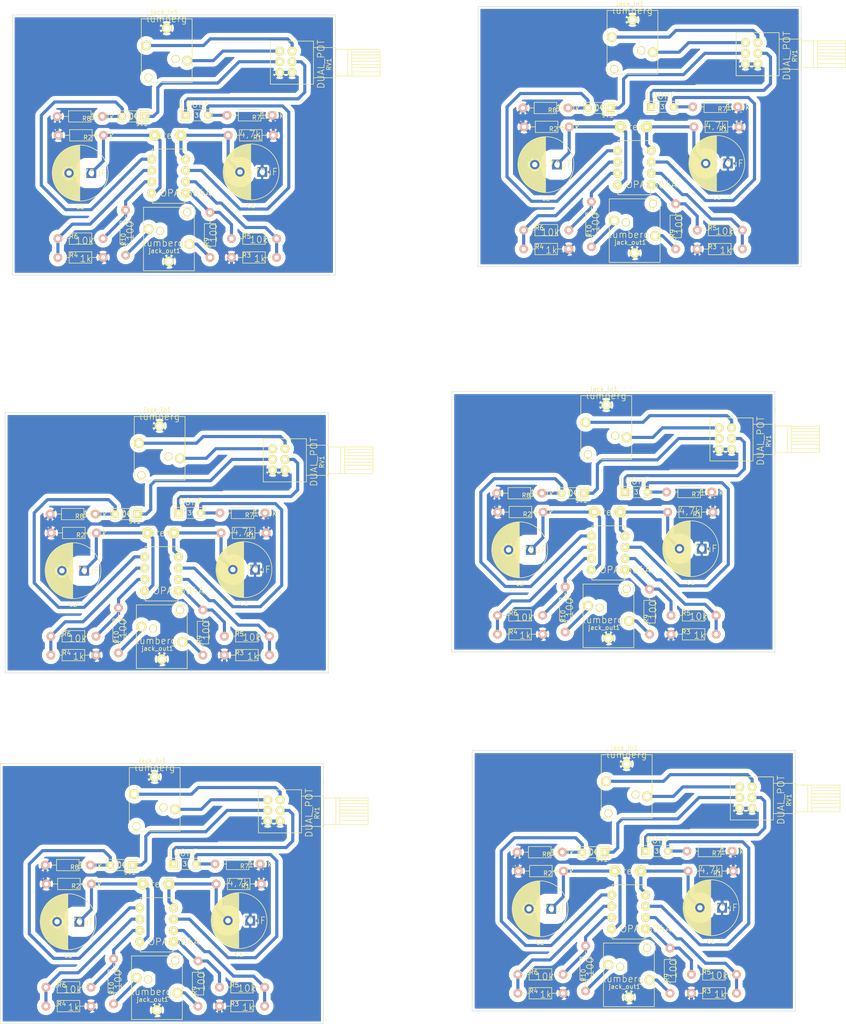
<source format=kicad_pcb>
(kicad_pcb (version 3) (host pcbnew "(22-Jun-2014 BZR 4027)-stable")
  (layers (15 F.Cu signal) (0 B.Cu signal) (18 B.Paste user) (19 F.Paste user) (20 B.SilkS user) (21 F.SilkS user) (22 B.Mask user) (23 F.Mask user) (28 Edge.Cuts user))
  (net 0 "")
  (net 1 GNDREF)
  (net 2 N-0000010)
  (net 3 N-0000011)
  (net 4 N-0000012)
  (net 5 N-0000015)
  (net 6 N-000002)
  (net 7 N-000003)
  (net 8 N-000004)
  (net 9 N-000005)
  (net 10 N-000006)
  (net 11 N-000007)
  (net 12 N-000008)
  (net 13 N-000009)
  (net 14 VCC)
  (net 15 VEE)
  (module tk_c2_Capacitors_ThroughHole:C_Radial_D12.5_L25_P5 (layer F.Cu) (at 239.7 229.5 180)
    (fp_text reference C2 (at 2.5 -7.6 180) (layer F.SilkS))
    (fp_text value 470uF (at 0 0 180) (layer F.SilkS) (effects (font (size 1.524 1.524))))
    (pad 2 thru_hole circle (at 5 0 180) (size 2.2 2.2) (drill 1.2) (layers *.Cu *.Mask) (net 1 GNDREF))
    (pad 1 thru_hole rect (at 0 0 180) (size 2.2 2.2) (drill 1.2) (layers *.Cu *.Mask) (net 14 VCC) (clearance 2.3))
  )
  (module tk_wima_C_Rect_L7_W2.5_P5 (layer F.Cu) (at 251.7 216.75 180)
    (fp_text reference C4 (at 2.54 0 180) (layer F.SilkS))
    (fp_text value 100nF (at 1.75 0 180) (layer F.SilkS) (effects (font (size 1.524 1.524))))
    (pad 1 thru_hole rect (at 0 0 180) (size 1.7 1.7) (drill 0.8) (layers *.Cu *.Mask F.SilkS) (net 9 N-000005))
    (pad 2 thru_hole circle (at 5 0 180) (size 1.7 1.7) (drill 0.8) (layers *.Cu *.Mask F.SilkS) (net 10 N-000006))
  )
  (module tk_wima_C_Rect_L7_W2.5_P5 (layer F.Cu) (at 260.95 216.5)
    (fp_text reference C3 (at 2 0) (layer F.SilkS))
    (fp_text value 100nF (at 2 -2.5) (layer F.SilkS) (effects (font (size 1.524 1.524))))
    (pad 1 thru_hole rect (at 0 0) (size 1.7 1.7) (drill 0.8) (layers *.Cu *.Mask F.SilkS) (net 8 N-000004))
    (pad 2 thru_hole circle (at 5 0) (size 1.7 1.7) (drill 0.8) (layers *.Cu *.Mask F.SilkS) (net 3 N-0000011))
  )
  (module tk_SolderWirePad_2x_1mmDrill-nioh (layer F.Cu) (at 256.95 221)
    (fp_text reference 9V1 (at -5.875 -2.625) (layer F.SilkS))
    (fp_text value Bateria (at 0 0) (layer F.SilkS) (effects (font (size 1.524 1.524))))
    (pad 1 thru_hole circle (at -2.95 0) (size 2.49936 2.49936) (drill 1.00076) (layers *.Cu *.Mask F.SilkS) (net 14 VCC))
    (pad 2 thru_hole circle (at 2.95 0) (size 2.49936 2.49936) (drill 1.00076) (layers *.Cu *.Mask F.SilkS) (net 15 VEE))
  )
  (module tk_Resistor_Horizontal_RM10mm (layer F.Cu) (at 281.45 248.5 180)
    (fp_text reference R3 (at 6.75 0.5 180) (layer F.SilkS))
    (fp_text value 1k (at 3.75 -0.25 180) (layer F.SilkS) (effects (font (size 1.524 1.524))))
    (pad 1 thru_hole circle (at 0 0 180) (size 1.99898 1.99898) (drill 1.00076) (layers *.Cu *.SilkS *.Mask) (net 13 N-000009) (clearance 1))
    (pad 2 thru_hole circle (at 10.16 0 180) (size 1.99898 1.99898) (drill 1.00076) (layers *.Cu *.SilkS *.Mask) (net 1 GNDREF) (clearance 1))
  )
  (module tk_Resistor_Horizontal_RM10mm (layer F.Cu) (at 247.45 248 90)
    (fp_text reference R10 (at 3.55 -0.5 90) (layer F.SilkS))
    (fp_text value 100 (at 5.5 1 90) (layer F.SilkS) (effects (font (size 1.524 1.524))))
    (pad 1 thru_hole circle (at 0 0 90) (size 1.99898 1.99898) (drill 1.00076) (layers *.Cu *.SilkS *.Mask) (net 12 N-000008) (clearance 1))
    (pad 2 thru_hole circle (at 10.16 0 90) (size 1.99898 1.99898) (drill 1.00076) (layers *.Cu *.SilkS *.Mask) (net 4 N-0000012) (clearance 1))
  )
  (module tk_Resistor_Horizontal_RM10mm (layer F.Cu) (at 266.45 248.5 90)
    (fp_text reference R9 (at 3.5 -0.75 90) (layer F.SilkS))
    (fp_text value 100 (at 5.5 0.75 90) (layer F.SilkS) (effects (font (size 1.524 1.524))))
    (pad 1 thru_hole circle (at 0 0 90) (size 1.99898 1.99898) (drill 1.00076) (layers *.Cu *.SilkS *.Mask) (net 11 N-000007) (clearance 1))
    (pad 2 thru_hole circle (at 10.16 0 90) (size 1.99898 1.99898) (drill 1.00076) (layers *.Cu *.SilkS *.Mask) (net 5 N-0000015) (clearance 1))
  )
  (module tk_Resistor_Horizontal_RM10mm (layer F.Cu) (at 242.2 216.75 180)
    (fp_text reference R8 (at 3.55 -0.5 180) (layer F.SilkS))
    (fp_text value 100k (at 0 0 180) (layer F.SilkS) (effects (font (size 1.524 1.524))))
    (pad 1 thru_hole circle (at 0 0 180) (size 1.99898 1.99898) (drill 1.00076) (layers *.Cu *.SilkS *.Mask) (net 10 N-000006) (clearance 1))
    (pad 2 thru_hole circle (at 10.16 0 180) (size 1.99898 1.99898) (drill 1.00076) (layers *.Cu *.SilkS *.Mask) (net 1 GNDREF) (clearance 1))
  )
  (module tk_Resistor_Horizontal_RM10mm (layer F.Cu) (at 280.45 216.5 180)
    (fp_text reference R7 (at 3.55 -0.5 180) (layer F.SilkS))
    (fp_text value 100k (at 0 0 180) (layer F.SilkS) (effects (font (size 1.524 1.524))))
    (pad 1 thru_hole circle (at 0 0 180) (size 1.99898 1.99898) (drill 1.00076) (layers *.Cu *.SilkS *.Mask) (net 1 GNDREF) (clearance 1))
    (pad 2 thru_hole circle (at 10.16 0 180) (size 1.99898 1.99898) (drill 1.00076) (layers *.Cu *.SilkS *.Mask) (net 3 N-0000011) (clearance 1))
  )
  (module tk_Resistor_Horizontal_RM10mm (layer F.Cu) (at 232.2 248.5)
    (fp_text reference R4 (at 3.55 -0.5) (layer F.SilkS))
    (fp_text value 1k (at 6.25 0.25) (layer F.SilkS) (effects (font (size 1.524 1.524))))
    (pad 1 thru_hole circle (at 0 0) (size 1.99898 1.99898) (drill 1.00076) (layers *.Cu *.SilkS *.Mask) (net 2 N-0000010) (clearance 1))
    (pad 2 thru_hole circle (at 10.16 0) (size 1.99898 1.99898) (drill 1.00076) (layers *.Cu *.SilkS *.Mask) (net 1 GNDREF) (clearance 1))
  )
  (module tk_Resistor_Horizontal_RM10mm (layer F.Cu) (at 232.2 244.25)
    (fp_text reference R6 (at 3.55 -0.5) (layer F.SilkS))
    (fp_text value 10k (at 6 0.5) (layer F.SilkS) (effects (font (size 1.524 1.524))))
    (pad 1 thru_hole circle (at 0 0) (size 1.99898 1.99898) (drill 1.00076) (layers *.Cu *.SilkS *.Mask) (net 2 N-0000010) (clearance 1))
    (pad 2 thru_hole circle (at 10.16 0) (size 1.99898 1.99898) (drill 1.00076) (layers *.Cu *.SilkS *.Mask) (net 4 N-0000012) (clearance 1))
  )
  (module tk_Resistor_Horizontal_RM10mm (layer F.Cu) (at 281.45 244.25 180)
    (fp_text reference R5 (at 6.75 0.5 180) (layer F.SilkS))
    (fp_text value 10k (at 4 -0.25 180) (layer F.SilkS) (effects (font (size 1.524 1.524))))
    (pad 1 thru_hole circle (at 0 0 180) (size 1.99898 1.99898) (drill 1.00076) (layers *.Cu *.SilkS *.Mask) (net 13 N-000009) (clearance 1))
    (pad 2 thru_hole circle (at 10.16 0 180) (size 1.99898 1.99898) (drill 1.00076) (layers *.Cu *.SilkS *.Mask) (net 5 N-0000015) (clearance 1))
  )
  (module tk_Resistor_Horizontal_RM10mm (layer F.Cu) (at 242.45 221 180)
    (fp_text reference R2 (at 3.55 -0.5 180) (layer F.SilkS))
    (fp_text value 4,7k (at 0 0 180) (layer F.SilkS) (effects (font (size 1.524 1.524))))
    (pad 1 thru_hole circle (at 0 0 180) (size 1.99898 1.99898) (drill 1.00076) (layers *.Cu *.SilkS *.Mask) (net 14 VCC) (clearance 1))
    (pad 2 thru_hole circle (at 10.16 0 180) (size 1.99898 1.99898) (drill 1.00076) (layers *.Cu *.SilkS *.Mask) (net 1 GNDREF) (clearance 1))
  )
  (module tk_Resistor_Horizontal_RM10mm (layer F.Cu) (at 280.7 221 180)
    (fp_text reference R1 (at 3.55 -0.5 180) (layer F.SilkS))
    (fp_text value 4,7k (at 5.25 0.25 180) (layer F.SilkS) (effects (font (size 1.524 1.524))))
    (pad 1 thru_hole circle (at 0 0 180) (size 1.99898 1.99898) (drill 1.00076) (layers *.Cu *.SilkS *.Mask) (net 1 GNDREF) (clearance 1))
    (pad 2 thru_hole circle (at 10.16 0 180) (size 1.99898 1.99898) (drill 1.00076) (layers *.Cu *.SilkS *.Mask) (net 15 VEE) (clearance 1))
  )
  (module tk_Potentiometer_10k-double-nioh (layer F.Cu) (at 289.45 202.5 90)
    (fp_text reference RV1 (at -2.54 3.81 90) (layer F.SilkS))
    (fp_text value DUAL_POT (at -2.5 2 90) (layer F.SilkS) (effects (font (size 1.524 1.524))))
    (pad 4 thru_hole circle (at -4.35 -7.3) (size 2 2) (drill 1) (layers *.Cu *.Mask F.SilkS) (net 1 GNDREF) (clearance 1))
    (pad 5 thru_hole circle (at -1.95 -7.3) (size 2 2) (drill 1) (layers *.Cu *.Mask F.SilkS) (net 9 N-000005) (clearance 1))
    (pad 6 thru_hole circle (at 0.45 -7.3) (size 2 2) (drill 1) (layers *.Cu *.Mask F.SilkS) (net 7 N-000003) (clearance 1))
    (pad 2 thru_hole circle (at -1.95 -4.5) (size 2 2) (drill 1) (layers *.Cu *.Mask F.SilkS) (net 8 N-000004) (clearance 1))
    (pad 1 thru_hole circle (at -4.35 -4.5) (size 2 2) (drill 1) (layers *.Cu *.Mask F.SilkS) (net 1 GNDREF) (clearance 1))
    (pad 3 thru_hole circle (at 0.45 -4.5) (size 2 2) (drill 1) (layers *.Cu *.Mask F.SilkS) (net 6 N-000002) (clearance 1))
  )
  (module tk_lumberg (layer F.Cu) (at 257.2 251.5)
    (fp_text reference jack_out1 (at -1 -4.5) (layer F.SilkS))
    (fp_text value lumberg (at -1.25 -6.25) (layer F.SilkS) (effects (font (size 1.524 1.524))))
    (pad 1 thru_hole circle (at 0 -2.1) (size 2.2 2.2) (drill 1.3) (layers *.Cu *.Mask F.SilkS) (net 1 GNDREF))
    (pad 2 thru_hole circle (at 4.62 -6) (size 2.2 2.2) (drill 1.3) (layers *.Cu *.Mask F.SilkS) (net 11 N-000007))
    (pad 3 thru_hole circle (at -4.58 -9.4) (size 2.2 2.2) (drill 1.3) (layers *.Cu *.Mask F.SilkS) (net 12 N-000008))
    (pad 4 thru_hole circle (at -1.98 -9) (size 1.8 1.8) (drill 1.3) (layers *.Cu *.Mask F.SilkS))
    (pad 5 thru_hole circle (at 4.11 -13.2) (size 1.8 1.8) (drill 1.3) (layers *.Cu *.Mask F.SilkS))
  )
  (module tk_lumberg (layer F.Cu) (at 256.7 194.8 180)
    (fp_text reference jack_in1 (at 0.5 1.5 180) (layer F.SilkS))
    (fp_text value lumberg (at 0 0 180) (layer F.SilkS) (effects (font (size 1.524 1.524))))
    (pad 1 thru_hole circle (at 0 -2.1 180) (size 2.2 2.2) (drill 1.3) (layers *.Cu *.Mask F.SilkS) (net 1 GNDREF))
    (pad 2 thru_hole circle (at 4.62 -6 180) (size 2.2 2.2) (drill 1.3) (layers *.Cu *.Mask F.SilkS) (net 6 N-000002))
    (pad 3 thru_hole circle (at -4.58 -9.4 180) (size 2.2 2.2) (drill 1.3) (layers *.Cu *.Mask F.SilkS) (net 7 N-000003))
    (pad 4 thru_hole circle (at -1.98 -9 180) (size 1.8 1.8) (drill 1.3) (layers *.Cu *.Mask F.SilkS))
    (pad 5 thru_hole circle (at 4.11 -13.2 180) (size 1.8 1.8) (drill 1.3) (layers *.Cu *.Mask F.SilkS))
  )
  (module tk_DIP-8_W7.62mm (layer F.Cu) (at 260.95 234 180)
    (fp_text reference U1 (at 0 -5.22 180) (layer F.SilkS))
    (fp_text value OPA2604A (at 0 0 180) (layer F.SilkS) (effects (font (size 1.524 1.524))))
    (pad 1 thru_hole oval (at 0 0 180) (size 2 2) (drill 0.8) (layers *.Cu *.Mask F.SilkS) (net 5 N-0000015))
    (pad 2 thru_hole oval (at 0 2.54 180) (size 2 2) (drill 0.8) (layers *.Cu *.Mask F.SilkS) (net 13 N-000009))
    (pad 3 thru_hole oval (at 0 5.08 180) (size 2 2) (drill 0.8) (layers *.Cu *.Mask F.SilkS) (net 3 N-0000011))
    (pad 4 thru_hole oval (at 0 7.62 180) (size 2 2) (drill 0.8) (layers *.Cu *.Mask F.SilkS) (net 15 VEE))
    (pad 5 thru_hole oval (at 7.62 7.62 180) (size 2 2) (drill 0.8) (layers *.Cu *.Mask F.SilkS) (net 10 N-000006))
    (pad 6 thru_hole oval (at 7.62 5.08 180) (size 2 2) (drill 0.8) (layers *.Cu *.Mask F.SilkS) (net 2 N-0000010))
    (pad 7 thru_hole oval (at 7.62 2.54 180) (size 2 2) (drill 0.8) (layers *.Cu *.Mask F.SilkS) (net 4 N-0000012))
    (pad 8 thru_hole oval (at 7.62 0 180) (size 2 2) (drill 0.8) (layers *.Cu *.Mask F.SilkS) (net 14 VCC))
  )
  (module tk_c1_Capacitors_ThroughHole:C_Radial_D12.5_L25_P5 (layer F.Cu) (at 278.2 229.25 180)
    (fp_text reference C1 (at 2.5 -7.6 180) (layer F.SilkS))
    (fp_text value 470uF (at 0 0 180) (layer F.SilkS) (effects (font (size 1.524 1.524))))
    (pad 2 thru_hole circle (at 5 0 180) (size 2.2 2.2) (drill 1.2) (layers *.Cu *.Mask) (net 15 VEE) (clearance 2.3))
    (pad 1 thru_hole rect (at 0 0 180) (size 2.2 2.2) (drill 1.2) (layers *.Cu *.Mask) (net 1 GNDREF))
  )
  (module tk_c2_Capacitors_ThroughHole:C_Radial_D12.5_L25_P5 (layer F.Cu) (at 241 62 180)
    (fp_text reference C2 (at 2.5 -7.6 180) (layer F.SilkS))
    (fp_text value 470uF (at 0 0 180) (layer F.SilkS) (effects (font (size 1.524 1.524))))
    (pad 2 thru_hole circle (at 5 0 180) (size 2.2 2.2) (drill 1.2) (layers *.Cu *.Mask) (net 1 GNDREF))
    (pad 1 thru_hole rect (at 0 0 180) (size 2.2 2.2) (drill 1.2) (layers *.Cu *.Mask) (net 14 VCC) (clearance 2.3))
  )
  (module tk_wima_C_Rect_L7_W2.5_P5 (layer F.Cu) (at 253 49.25 180)
    (fp_text reference C4 (at 2.54 0 180) (layer F.SilkS))
    (fp_text value 100nF (at 1.75 0 180) (layer F.SilkS) (effects (font (size 1.524 1.524))))
    (pad 1 thru_hole rect (at 0 0 180) (size 1.7 1.7) (drill 0.8) (layers *.Cu *.Mask F.SilkS) (net 9 N-000005))
    (pad 2 thru_hole circle (at 5 0 180) (size 1.7 1.7) (drill 0.8) (layers *.Cu *.Mask F.SilkS) (net 10 N-000006))
  )
  (module tk_wima_C_Rect_L7_W2.5_P5 (layer F.Cu) (at 262.25 49)
    (fp_text reference C3 (at 2 0) (layer F.SilkS))
    (fp_text value 100nF (at 2 -2.5) (layer F.SilkS) (effects (font (size 1.524 1.524))))
    (pad 1 thru_hole rect (at 0 0) (size 1.7 1.7) (drill 0.8) (layers *.Cu *.Mask F.SilkS) (net 8 N-000004))
    (pad 2 thru_hole circle (at 5 0) (size 1.7 1.7) (drill 0.8) (layers *.Cu *.Mask F.SilkS) (net 3 N-0000011))
  )
  (module tk_SolderWirePad_2x_1mmDrill-nioh (layer F.Cu) (at 258.25 53.5)
    (fp_text reference 9V1 (at -5.875 -2.625) (layer F.SilkS))
    (fp_text value Bateria (at 0 0) (layer F.SilkS) (effects (font (size 1.524 1.524))))
    (pad 1 thru_hole circle (at -2.95 0) (size 2.49936 2.49936) (drill 1.00076) (layers *.Cu *.Mask F.SilkS) (net 14 VCC))
    (pad 2 thru_hole circle (at 2.95 0) (size 2.49936 2.49936) (drill 1.00076) (layers *.Cu *.Mask F.SilkS) (net 15 VEE))
  )
  (module tk_Resistor_Horizontal_RM10mm (layer F.Cu) (at 282.75 81 180)
    (fp_text reference R3 (at 6.75 0.5 180) (layer F.SilkS))
    (fp_text value 1k (at 3.75 -0.25 180) (layer F.SilkS) (effects (font (size 1.524 1.524))))
    (pad 1 thru_hole circle (at 0 0 180) (size 1.99898 1.99898) (drill 1.00076) (layers *.Cu *.SilkS *.Mask) (net 13 N-000009) (clearance 1))
    (pad 2 thru_hole circle (at 10.16 0 180) (size 1.99898 1.99898) (drill 1.00076) (layers *.Cu *.SilkS *.Mask) (net 1 GNDREF) (clearance 1))
  )
  (module tk_Resistor_Horizontal_RM10mm (layer F.Cu) (at 248.75 80.5 90)
    (fp_text reference R10 (at 3.55 -0.5 90) (layer F.SilkS))
    (fp_text value 100 (at 5.5 1 90) (layer F.SilkS) (effects (font (size 1.524 1.524))))
    (pad 1 thru_hole circle (at 0 0 90) (size 1.99898 1.99898) (drill 1.00076) (layers *.Cu *.SilkS *.Mask) (net 12 N-000008) (clearance 1))
    (pad 2 thru_hole circle (at 10.16 0 90) (size 1.99898 1.99898) (drill 1.00076) (layers *.Cu *.SilkS *.Mask) (net 4 N-0000012) (clearance 1))
  )
  (module tk_Resistor_Horizontal_RM10mm (layer F.Cu) (at 267.75 81 90)
    (fp_text reference R9 (at 3.5 -0.75 90) (layer F.SilkS))
    (fp_text value 100 (at 5.5 0.75 90) (layer F.SilkS) (effects (font (size 1.524 1.524))))
    (pad 1 thru_hole circle (at 0 0 90) (size 1.99898 1.99898) (drill 1.00076) (layers *.Cu *.SilkS *.Mask) (net 11 N-000007) (clearance 1))
    (pad 2 thru_hole circle (at 10.16 0 90) (size 1.99898 1.99898) (drill 1.00076) (layers *.Cu *.SilkS *.Mask) (net 5 N-0000015) (clearance 1))
  )
  (module tk_Resistor_Horizontal_RM10mm (layer F.Cu) (at 243.5 49.25 180)
    (fp_text reference R8 (at 3.55 -0.5 180) (layer F.SilkS))
    (fp_text value 100k (at 0 0 180) (layer F.SilkS) (effects (font (size 1.524 1.524))))
    (pad 1 thru_hole circle (at 0 0 180) (size 1.99898 1.99898) (drill 1.00076) (layers *.Cu *.SilkS *.Mask) (net 10 N-000006) (clearance 1))
    (pad 2 thru_hole circle (at 10.16 0 180) (size 1.99898 1.99898) (drill 1.00076) (layers *.Cu *.SilkS *.Mask) (net 1 GNDREF) (clearance 1))
  )
  (module tk_Resistor_Horizontal_RM10mm (layer F.Cu) (at 281.75 49 180)
    (fp_text reference R7 (at 3.55 -0.5 180) (layer F.SilkS))
    (fp_text value 100k (at 0 0 180) (layer F.SilkS) (effects (font (size 1.524 1.524))))
    (pad 1 thru_hole circle (at 0 0 180) (size 1.99898 1.99898) (drill 1.00076) (layers *.Cu *.SilkS *.Mask) (net 1 GNDREF) (clearance 1))
    (pad 2 thru_hole circle (at 10.16 0 180) (size 1.99898 1.99898) (drill 1.00076) (layers *.Cu *.SilkS *.Mask) (net 3 N-0000011) (clearance 1))
  )
  (module tk_Resistor_Horizontal_RM10mm (layer F.Cu) (at 233.5 81)
    (fp_text reference R4 (at 3.55 -0.5) (layer F.SilkS))
    (fp_text value 1k (at 6.25 0.25) (layer F.SilkS) (effects (font (size 1.524 1.524))))
    (pad 1 thru_hole circle (at 0 0) (size 1.99898 1.99898) (drill 1.00076) (layers *.Cu *.SilkS *.Mask) (net 2 N-0000010) (clearance 1))
    (pad 2 thru_hole circle (at 10.16 0) (size 1.99898 1.99898) (drill 1.00076) (layers *.Cu *.SilkS *.Mask) (net 1 GNDREF) (clearance 1))
  )
  (module tk_Resistor_Horizontal_RM10mm (layer F.Cu) (at 233.5 76.75)
    (fp_text reference R6 (at 3.55 -0.5) (layer F.SilkS))
    (fp_text value 10k (at 6 0.5) (layer F.SilkS) (effects (font (size 1.524 1.524))))
    (pad 1 thru_hole circle (at 0 0) (size 1.99898 1.99898) (drill 1.00076) (layers *.Cu *.SilkS *.Mask) (net 2 N-0000010) (clearance 1))
    (pad 2 thru_hole circle (at 10.16 0) (size 1.99898 1.99898) (drill 1.00076) (layers *.Cu *.SilkS *.Mask) (net 4 N-0000012) (clearance 1))
  )
  (module tk_Resistor_Horizontal_RM10mm (layer F.Cu) (at 282.75 76.75 180)
    (fp_text reference R5 (at 6.75 0.5 180) (layer F.SilkS))
    (fp_text value 10k (at 4 -0.25 180) (layer F.SilkS) (effects (font (size 1.524 1.524))))
    (pad 1 thru_hole circle (at 0 0 180) (size 1.99898 1.99898) (drill 1.00076) (layers *.Cu *.SilkS *.Mask) (net 13 N-000009) (clearance 1))
    (pad 2 thru_hole circle (at 10.16 0 180) (size 1.99898 1.99898) (drill 1.00076) (layers *.Cu *.SilkS *.Mask) (net 5 N-0000015) (clearance 1))
  )
  (module tk_Resistor_Horizontal_RM10mm (layer F.Cu) (at 243.75 53.5 180)
    (fp_text reference R2 (at 3.55 -0.5 180) (layer F.SilkS))
    (fp_text value 4,7k (at 0 0 180) (layer F.SilkS) (effects (font (size 1.524 1.524))))
    (pad 1 thru_hole circle (at 0 0 180) (size 1.99898 1.99898) (drill 1.00076) (layers *.Cu *.SilkS *.Mask) (net 14 VCC) (clearance 1))
    (pad 2 thru_hole circle (at 10.16 0 180) (size 1.99898 1.99898) (drill 1.00076) (layers *.Cu *.SilkS *.Mask) (net 1 GNDREF) (clearance 1))
  )
  (module tk_Resistor_Horizontal_RM10mm (layer F.Cu) (at 282 53.5 180)
    (fp_text reference R1 (at 3.55 -0.5 180) (layer F.SilkS))
    (fp_text value 4,7k (at 5.25 0.25 180) (layer F.SilkS) (effects (font (size 1.524 1.524))))
    (pad 1 thru_hole circle (at 0 0 180) (size 1.99898 1.99898) (drill 1.00076) (layers *.Cu *.SilkS *.Mask) (net 1 GNDREF) (clearance 1))
    (pad 2 thru_hole circle (at 10.16 0 180) (size 1.99898 1.99898) (drill 1.00076) (layers *.Cu *.SilkS *.Mask) (net 15 VEE) (clearance 1))
  )
  (module tk_Potentiometer_10k-double-nioh (layer F.Cu) (at 290.75 35 90)
    (fp_text reference RV1 (at -2.54 3.81 90) (layer F.SilkS))
    (fp_text value DUAL_POT (at -2.5 2 90) (layer F.SilkS) (effects (font (size 1.524 1.524))))
    (pad 4 thru_hole circle (at -4.35 -7.3) (size 2 2) (drill 1) (layers *.Cu *.Mask F.SilkS) (net 1 GNDREF) (clearance 1))
    (pad 5 thru_hole circle (at -1.95 -7.3) (size 2 2) (drill 1) (layers *.Cu *.Mask F.SilkS) (net 9 N-000005) (clearance 1))
    (pad 6 thru_hole circle (at 0.45 -7.3) (size 2 2) (drill 1) (layers *.Cu *.Mask F.SilkS) (net 7 N-000003) (clearance 1))
    (pad 2 thru_hole circle (at -1.95 -4.5) (size 2 2) (drill 1) (layers *.Cu *.Mask F.SilkS) (net 8 N-000004) (clearance 1))
    (pad 1 thru_hole circle (at -4.35 -4.5) (size 2 2) (drill 1) (layers *.Cu *.Mask F.SilkS) (net 1 GNDREF) (clearance 1))
    (pad 3 thru_hole circle (at 0.45 -4.5) (size 2 2) (drill 1) (layers *.Cu *.Mask F.SilkS) (net 6 N-000002) (clearance 1))
  )
  (module tk_lumberg (layer F.Cu) (at 258.5 84)
    (fp_text reference jack_out1 (at -1 -4.5) (layer F.SilkS))
    (fp_text value lumberg (at -1.25 -6.25) (layer F.SilkS) (effects (font (size 1.524 1.524))))
    (pad 1 thru_hole circle (at 0 -2.1) (size 2.2 2.2) (drill 1.3) (layers *.Cu *.Mask F.SilkS) (net 1 GNDREF))
    (pad 2 thru_hole circle (at 4.62 -6) (size 2.2 2.2) (drill 1.3) (layers *.Cu *.Mask F.SilkS) (net 11 N-000007))
    (pad 3 thru_hole circle (at -4.58 -9.4) (size 2.2 2.2) (drill 1.3) (layers *.Cu *.Mask F.SilkS) (net 12 N-000008))
    (pad 4 thru_hole circle (at -1.98 -9) (size 1.8 1.8) (drill 1.3) (layers *.Cu *.Mask F.SilkS))
    (pad 5 thru_hole circle (at 4.11 -13.2) (size 1.8 1.8) (drill 1.3) (layers *.Cu *.Mask F.SilkS))
  )
  (module tk_lumberg (layer F.Cu) (at 258 27.3 180)
    (fp_text reference jack_in1 (at 0.5 1.5 180) (layer F.SilkS))
    (fp_text value lumberg (at 0 0 180) (layer F.SilkS) (effects (font (size 1.524 1.524))))
    (pad 1 thru_hole circle (at 0 -2.1 180) (size 2.2 2.2) (drill 1.3) (layers *.Cu *.Mask F.SilkS) (net 1 GNDREF))
    (pad 2 thru_hole circle (at 4.62 -6 180) (size 2.2 2.2) (drill 1.3) (layers *.Cu *.Mask F.SilkS) (net 6 N-000002))
    (pad 3 thru_hole circle (at -4.58 -9.4 180) (size 2.2 2.2) (drill 1.3) (layers *.Cu *.Mask F.SilkS) (net 7 N-000003))
    (pad 4 thru_hole circle (at -1.98 -9 180) (size 1.8 1.8) (drill 1.3) (layers *.Cu *.Mask F.SilkS))
    (pad 5 thru_hole circle (at 4.11 -13.2 180) (size 1.8 1.8) (drill 1.3) (layers *.Cu *.Mask F.SilkS))
  )
  (module tk_DIP-8_W7.62mm (layer F.Cu) (at 262.25 66.5 180)
    (fp_text reference U1 (at 0 -5.22 180) (layer F.SilkS))
    (fp_text value OPA2604A (at 0 0 180) (layer F.SilkS) (effects (font (size 1.524 1.524))))
    (pad 1 thru_hole oval (at 0 0 180) (size 2 2) (drill 0.8) (layers *.Cu *.Mask F.SilkS) (net 5 N-0000015))
    (pad 2 thru_hole oval (at 0 2.54 180) (size 2 2) (drill 0.8) (layers *.Cu *.Mask F.SilkS) (net 13 N-000009))
    (pad 3 thru_hole oval (at 0 5.08 180) (size 2 2) (drill 0.8) (layers *.Cu *.Mask F.SilkS) (net 3 N-0000011))
    (pad 4 thru_hole oval (at 0 7.62 180) (size 2 2) (drill 0.8) (layers *.Cu *.Mask F.SilkS) (net 15 VEE))
    (pad 5 thru_hole oval (at 7.62 7.62 180) (size 2 2) (drill 0.8) (layers *.Cu *.Mask F.SilkS) (net 10 N-000006))
    (pad 6 thru_hole oval (at 7.62 5.08 180) (size 2 2) (drill 0.8) (layers *.Cu *.Mask F.SilkS) (net 2 N-0000010))
    (pad 7 thru_hole oval (at 7.62 2.54 180) (size 2 2) (drill 0.8) (layers *.Cu *.Mask F.SilkS) (net 4 N-0000012))
    (pad 8 thru_hole oval (at 7.62 0 180) (size 2 2) (drill 0.8) (layers *.Cu *.Mask F.SilkS) (net 14 VCC))
  )
  (module tk_c1_Capacitors_ThroughHole:C_Radial_D12.5_L25_P5 (layer F.Cu) (at 279.5 61.75 180)
    (fp_text reference C1 (at 2.5 -7.6 180) (layer F.SilkS))
    (fp_text value 470uF (at 0 0 180) (layer F.SilkS) (effects (font (size 1.524 1.524))))
    (pad 2 thru_hole circle (at 5 0 180) (size 2.2 2.2) (drill 1.2) (layers *.Cu *.Mask) (net 15 VEE) (clearance 2.3))
    (pad 1 thru_hole rect (at 0 0 180) (size 2.2 2.2) (drill 1.2) (layers *.Cu *.Mask) (net 1 GNDREF))
  )
  (module tk_c2_Capacitors_ThroughHole:C_Radial_D12.5_L25_P5 (layer F.Cu) (at 235.1 148.7 180)
    (fp_text reference C2 (at 2.5 -7.6 180) (layer F.SilkS))
    (fp_text value 470uF (at 0 0 180) (layer F.SilkS) (effects (font (size 1.524 1.524))))
    (pad 2 thru_hole circle (at 5 0 180) (size 2.2 2.2) (drill 1.2) (layers *.Cu *.Mask) (net 1 GNDREF))
    (pad 1 thru_hole rect (at 0 0 180) (size 2.2 2.2) (drill 1.2) (layers *.Cu *.Mask) (net 14 VCC) (clearance 2.3))
  )
  (module tk_wima_C_Rect_L7_W2.5_P5 (layer F.Cu) (at 247.1 135.95 180)
    (fp_text reference C4 (at 2.54 0 180) (layer F.SilkS))
    (fp_text value 100nF (at 1.75 0 180) (layer F.SilkS) (effects (font (size 1.524 1.524))))
    (pad 1 thru_hole rect (at 0 0 180) (size 1.7 1.7) (drill 0.8) (layers *.Cu *.Mask F.SilkS) (net 9 N-000005))
    (pad 2 thru_hole circle (at 5 0 180) (size 1.7 1.7) (drill 0.8) (layers *.Cu *.Mask F.SilkS) (net 10 N-000006))
  )
  (module tk_wima_C_Rect_L7_W2.5_P5 (layer F.Cu) (at 256.35 135.7)
    (fp_text reference C3 (at 2 0) (layer F.SilkS))
    (fp_text value 100nF (at 2 -2.5) (layer F.SilkS) (effects (font (size 1.524 1.524))))
    (pad 1 thru_hole rect (at 0 0) (size 1.7 1.7) (drill 0.8) (layers *.Cu *.Mask F.SilkS) (net 8 N-000004))
    (pad 2 thru_hole circle (at 5 0) (size 1.7 1.7) (drill 0.8) (layers *.Cu *.Mask F.SilkS) (net 3 N-0000011))
  )
  (module tk_SolderWirePad_2x_1mmDrill-nioh (layer F.Cu) (at 252.35 140.2)
    (fp_text reference 9V1 (at -5.875 -2.625) (layer F.SilkS))
    (fp_text value Bateria (at 0 0) (layer F.SilkS) (effects (font (size 1.524 1.524))))
    (pad 1 thru_hole circle (at -2.95 0) (size 2.49936 2.49936) (drill 1.00076) (layers *.Cu *.Mask F.SilkS) (net 14 VCC))
    (pad 2 thru_hole circle (at 2.95 0) (size 2.49936 2.49936) (drill 1.00076) (layers *.Cu *.Mask F.SilkS) (net 15 VEE))
  )
  (module tk_Resistor_Horizontal_RM10mm (layer F.Cu) (at 276.85 167.7 180)
    (fp_text reference R3 (at 6.75 0.5 180) (layer F.SilkS))
    (fp_text value 1k (at 3.75 -0.25 180) (layer F.SilkS) (effects (font (size 1.524 1.524))))
    (pad 1 thru_hole circle (at 0 0 180) (size 1.99898 1.99898) (drill 1.00076) (layers *.Cu *.SilkS *.Mask) (net 13 N-000009) (clearance 1))
    (pad 2 thru_hole circle (at 10.16 0 180) (size 1.99898 1.99898) (drill 1.00076) (layers *.Cu *.SilkS *.Mask) (net 1 GNDREF) (clearance 1))
  )
  (module tk_Resistor_Horizontal_RM10mm (layer F.Cu) (at 242.85 167.2 90)
    (fp_text reference R10 (at 3.55 -0.5 90) (layer F.SilkS))
    (fp_text value 100 (at 5.5 1 90) (layer F.SilkS) (effects (font (size 1.524 1.524))))
    (pad 1 thru_hole circle (at 0 0 90) (size 1.99898 1.99898) (drill 1.00076) (layers *.Cu *.SilkS *.Mask) (net 12 N-000008) (clearance 1))
    (pad 2 thru_hole circle (at 10.16 0 90) (size 1.99898 1.99898) (drill 1.00076) (layers *.Cu *.SilkS *.Mask) (net 4 N-0000012) (clearance 1))
  )
  (module tk_Resistor_Horizontal_RM10mm (layer F.Cu) (at 261.85 167.7 90)
    (fp_text reference R9 (at 3.5 -0.75 90) (layer F.SilkS))
    (fp_text value 100 (at 5.5 0.75 90) (layer F.SilkS) (effects (font (size 1.524 1.524))))
    (pad 1 thru_hole circle (at 0 0 90) (size 1.99898 1.99898) (drill 1.00076) (layers *.Cu *.SilkS *.Mask) (net 11 N-000007) (clearance 1))
    (pad 2 thru_hole circle (at 10.16 0 90) (size 1.99898 1.99898) (drill 1.00076) (layers *.Cu *.SilkS *.Mask) (net 5 N-0000015) (clearance 1))
  )
  (module tk_Resistor_Horizontal_RM10mm (layer F.Cu) (at 237.6 135.95 180)
    (fp_text reference R8 (at 3.55 -0.5 180) (layer F.SilkS))
    (fp_text value 100k (at 0 0 180) (layer F.SilkS) (effects (font (size 1.524 1.524))))
    (pad 1 thru_hole circle (at 0 0 180) (size 1.99898 1.99898) (drill 1.00076) (layers *.Cu *.SilkS *.Mask) (net 10 N-000006) (clearance 1))
    (pad 2 thru_hole circle (at 10.16 0 180) (size 1.99898 1.99898) (drill 1.00076) (layers *.Cu *.SilkS *.Mask) (net 1 GNDREF) (clearance 1))
  )
  (module tk_Resistor_Horizontal_RM10mm (layer F.Cu) (at 275.85 135.7 180)
    (fp_text reference R7 (at 3.55 -0.5 180) (layer F.SilkS))
    (fp_text value 100k (at 0 0 180) (layer F.SilkS) (effects (font (size 1.524 1.524))))
    (pad 1 thru_hole circle (at 0 0 180) (size 1.99898 1.99898) (drill 1.00076) (layers *.Cu *.SilkS *.Mask) (net 1 GNDREF) (clearance 1))
    (pad 2 thru_hole circle (at 10.16 0 180) (size 1.99898 1.99898) (drill 1.00076) (layers *.Cu *.SilkS *.Mask) (net 3 N-0000011) (clearance 1))
  )
  (module tk_Resistor_Horizontal_RM10mm (layer F.Cu) (at 227.6 167.7)
    (fp_text reference R4 (at 3.55 -0.5) (layer F.SilkS))
    (fp_text value 1k (at 6.25 0.25) (layer F.SilkS) (effects (font (size 1.524 1.524))))
    (pad 1 thru_hole circle (at 0 0) (size 1.99898 1.99898) (drill 1.00076) (layers *.Cu *.SilkS *.Mask) (net 2 N-0000010) (clearance 1))
    (pad 2 thru_hole circle (at 10.16 0) (size 1.99898 1.99898) (drill 1.00076) (layers *.Cu *.SilkS *.Mask) (net 1 GNDREF) (clearance 1))
  )
  (module tk_Resistor_Horizontal_RM10mm (layer F.Cu) (at 227.6 163.45)
    (fp_text reference R6 (at 3.55 -0.5) (layer F.SilkS))
    (fp_text value 10k (at 6 0.5) (layer F.SilkS) (effects (font (size 1.524 1.524))))
    (pad 1 thru_hole circle (at 0 0) (size 1.99898 1.99898) (drill 1.00076) (layers *.Cu *.SilkS *.Mask) (net 2 N-0000010) (clearance 1))
    (pad 2 thru_hole circle (at 10.16 0) (size 1.99898 1.99898) (drill 1.00076) (layers *.Cu *.SilkS *.Mask) (net 4 N-0000012) (clearance 1))
  )
  (module tk_Resistor_Horizontal_RM10mm (layer F.Cu) (at 276.85 163.45 180)
    (fp_text reference R5 (at 6.75 0.5 180) (layer F.SilkS))
    (fp_text value 10k (at 4 -0.25 180) (layer F.SilkS) (effects (font (size 1.524 1.524))))
    (pad 1 thru_hole circle (at 0 0 180) (size 1.99898 1.99898) (drill 1.00076) (layers *.Cu *.SilkS *.Mask) (net 13 N-000009) (clearance 1))
    (pad 2 thru_hole circle (at 10.16 0 180) (size 1.99898 1.99898) (drill 1.00076) (layers *.Cu *.SilkS *.Mask) (net 5 N-0000015) (clearance 1))
  )
  (module tk_Resistor_Horizontal_RM10mm (layer F.Cu) (at 237.85 140.2 180)
    (fp_text reference R2 (at 3.55 -0.5 180) (layer F.SilkS))
    (fp_text value 4,7k (at 0 0 180) (layer F.SilkS) (effects (font (size 1.524 1.524))))
    (pad 1 thru_hole circle (at 0 0 180) (size 1.99898 1.99898) (drill 1.00076) (layers *.Cu *.SilkS *.Mask) (net 14 VCC) (clearance 1))
    (pad 2 thru_hole circle (at 10.16 0 180) (size 1.99898 1.99898) (drill 1.00076) (layers *.Cu *.SilkS *.Mask) (net 1 GNDREF) (clearance 1))
  )
  (module tk_Resistor_Horizontal_RM10mm (layer F.Cu) (at 276.1 140.2 180)
    (fp_text reference R1 (at 3.55 -0.5 180) (layer F.SilkS))
    (fp_text value 4,7k (at 5.25 0.25 180) (layer F.SilkS) (effects (font (size 1.524 1.524))))
    (pad 1 thru_hole circle (at 0 0 180) (size 1.99898 1.99898) (drill 1.00076) (layers *.Cu *.SilkS *.Mask) (net 1 GNDREF) (clearance 1))
    (pad 2 thru_hole circle (at 10.16 0 180) (size 1.99898 1.99898) (drill 1.00076) (layers *.Cu *.SilkS *.Mask) (net 15 VEE) (clearance 1))
  )
  (module tk_Potentiometer_10k-double-nioh (layer F.Cu) (at 284.85 121.7 90)
    (fp_text reference RV1 (at -2.54 3.81 90) (layer F.SilkS))
    (fp_text value DUAL_POT (at -2.5 2 90) (layer F.SilkS) (effects (font (size 1.524 1.524))))
    (pad 4 thru_hole circle (at -4.35 -7.3) (size 2 2) (drill 1) (layers *.Cu *.Mask F.SilkS) (net 1 GNDREF) (clearance 1))
    (pad 5 thru_hole circle (at -1.95 -7.3) (size 2 2) (drill 1) (layers *.Cu *.Mask F.SilkS) (net 9 N-000005) (clearance 1))
    (pad 6 thru_hole circle (at 0.45 -7.3) (size 2 2) (drill 1) (layers *.Cu *.Mask F.SilkS) (net 7 N-000003) (clearance 1))
    (pad 2 thru_hole circle (at -1.95 -4.5) (size 2 2) (drill 1) (layers *.Cu *.Mask F.SilkS) (net 8 N-000004) (clearance 1))
    (pad 1 thru_hole circle (at -4.35 -4.5) (size 2 2) (drill 1) (layers *.Cu *.Mask F.SilkS) (net 1 GNDREF) (clearance 1))
    (pad 3 thru_hole circle (at 0.45 -4.5) (size 2 2) (drill 1) (layers *.Cu *.Mask F.SilkS) (net 6 N-000002) (clearance 1))
  )
  (module tk_lumberg (layer F.Cu) (at 252.6 170.7)
    (fp_text reference jack_out1 (at -1 -4.5) (layer F.SilkS))
    (fp_text value lumberg (at -1.25 -6.25) (layer F.SilkS) (effects (font (size 1.524 1.524))))
    (pad 1 thru_hole circle (at 0 -2.1) (size 2.2 2.2) (drill 1.3) (layers *.Cu *.Mask F.SilkS) (net 1 GNDREF))
    (pad 2 thru_hole circle (at 4.62 -6) (size 2.2 2.2) (drill 1.3) (layers *.Cu *.Mask F.SilkS) (net 11 N-000007))
    (pad 3 thru_hole circle (at -4.58 -9.4) (size 2.2 2.2) (drill 1.3) (layers *.Cu *.Mask F.SilkS) (net 12 N-000008))
    (pad 4 thru_hole circle (at -1.98 -9) (size 1.8 1.8) (drill 1.3) (layers *.Cu *.Mask F.SilkS))
    (pad 5 thru_hole circle (at 4.11 -13.2) (size 1.8 1.8) (drill 1.3) (layers *.Cu *.Mask F.SilkS))
  )
  (module tk_lumberg (layer F.Cu) (at 252.1 114 180)
    (fp_text reference jack_in1 (at 0.5 1.5 180) (layer F.SilkS))
    (fp_text value lumberg (at 0 0 180) (layer F.SilkS) (effects (font (size 1.524 1.524))))
    (pad 1 thru_hole circle (at 0 -2.1 180) (size 2.2 2.2) (drill 1.3) (layers *.Cu *.Mask F.SilkS) (net 1 GNDREF))
    (pad 2 thru_hole circle (at 4.62 -6 180) (size 2.2 2.2) (drill 1.3) (layers *.Cu *.Mask F.SilkS) (net 6 N-000002))
    (pad 3 thru_hole circle (at -4.58 -9.4 180) (size 2.2 2.2) (drill 1.3) (layers *.Cu *.Mask F.SilkS) (net 7 N-000003))
    (pad 4 thru_hole circle (at -1.98 -9 180) (size 1.8 1.8) (drill 1.3) (layers *.Cu *.Mask F.SilkS))
    (pad 5 thru_hole circle (at 4.11 -13.2 180) (size 1.8 1.8) (drill 1.3) (layers *.Cu *.Mask F.SilkS))
  )
  (module tk_DIP-8_W7.62mm (layer F.Cu) (at 256.35 153.2 180)
    (fp_text reference U1 (at 0 -5.22 180) (layer F.SilkS))
    (fp_text value OPA2604A (at 0 0 180) (layer F.SilkS) (effects (font (size 1.524 1.524))))
    (pad 1 thru_hole oval (at 0 0 180) (size 2 2) (drill 0.8) (layers *.Cu *.Mask F.SilkS) (net 5 N-0000015))
    (pad 2 thru_hole oval (at 0 2.54 180) (size 2 2) (drill 0.8) (layers *.Cu *.Mask F.SilkS) (net 13 N-000009))
    (pad 3 thru_hole oval (at 0 5.08 180) (size 2 2) (drill 0.8) (layers *.Cu *.Mask F.SilkS) (net 3 N-0000011))
    (pad 4 thru_hole oval (at 0 7.62 180) (size 2 2) (drill 0.8) (layers *.Cu *.Mask F.SilkS) (net 15 VEE))
    (pad 5 thru_hole oval (at 7.62 7.62 180) (size 2 2) (drill 0.8) (layers *.Cu *.Mask F.SilkS) (net 10 N-000006))
    (pad 6 thru_hole oval (at 7.62 5.08 180) (size 2 2) (drill 0.8) (layers *.Cu *.Mask F.SilkS) (net 2 N-0000010))
    (pad 7 thru_hole oval (at 7.62 2.54 180) (size 2 2) (drill 0.8) (layers *.Cu *.Mask F.SilkS) (net 4 N-0000012))
    (pad 8 thru_hole oval (at 7.62 0 180) (size 2 2) (drill 0.8) (layers *.Cu *.Mask F.SilkS) (net 14 VCC))
  )
  (module tk_c1_Capacitors_ThroughHole:C_Radial_D12.5_L25_P5 (layer F.Cu) (at 273.6 148.45 180)
    (fp_text reference C1 (at 2.5 -7.6 180) (layer F.SilkS))
    (fp_text value 470uF (at 0 0 180) (layer F.SilkS) (effects (font (size 1.524 1.524))))
    (pad 2 thru_hole circle (at 5 0 180) (size 2.2 2.2) (drill 1.2) (layers *.Cu *.Mask) (net 15 VEE) (clearance 2.3))
    (pad 1 thru_hole rect (at 0 0 180) (size 2.2 2.2) (drill 1.2) (layers *.Cu *.Mask) (net 1 GNDREF))
  )
  (module tk_c2_Capacitors_ThroughHole:C_Radial_D12.5_L25_P5 (layer F.Cu) (at 134.5 153.4 180)
    (fp_text reference C2 (at 2.5 -7.6 180) (layer F.SilkS))
    (fp_text value 470uF (at 0 0 180) (layer F.SilkS) (effects (font (size 1.524 1.524))))
    (pad 2 thru_hole circle (at 5 0 180) (size 2.2 2.2) (drill 1.2) (layers *.Cu *.Mask) (net 1 GNDREF))
    (pad 1 thru_hole rect (at 0 0 180) (size 2.2 2.2) (drill 1.2) (layers *.Cu *.Mask) (net 14 VCC) (clearance 2.3))
  )
  (module tk_wima_C_Rect_L7_W2.5_P5 (layer F.Cu) (at 146.5 140.65 180)
    (fp_text reference C4 (at 2.54 0 180) (layer F.SilkS))
    (fp_text value 100nF (at 1.75 0 180) (layer F.SilkS) (effects (font (size 1.524 1.524))))
    (pad 1 thru_hole rect (at 0 0 180) (size 1.7 1.7) (drill 0.8) (layers *.Cu *.Mask F.SilkS) (net 9 N-000005))
    (pad 2 thru_hole circle (at 5 0 180) (size 1.7 1.7) (drill 0.8) (layers *.Cu *.Mask F.SilkS) (net 10 N-000006))
  )
  (module tk_wima_C_Rect_L7_W2.5_P5 (layer F.Cu) (at 155.75 140.4)
    (fp_text reference C3 (at 2 0) (layer F.SilkS))
    (fp_text value 100nF (at 2 -2.5) (layer F.SilkS) (effects (font (size 1.524 1.524))))
    (pad 1 thru_hole rect (at 0 0) (size 1.7 1.7) (drill 0.8) (layers *.Cu *.Mask F.SilkS) (net 8 N-000004))
    (pad 2 thru_hole circle (at 5 0) (size 1.7 1.7) (drill 0.8) (layers *.Cu *.Mask F.SilkS) (net 3 N-0000011))
  )
  (module tk_SolderWirePad_2x_1mmDrill-nioh (layer F.Cu) (at 151.75 144.9)
    (fp_text reference 9V1 (at -5.875 -2.625) (layer F.SilkS))
    (fp_text value Bateria (at 0 0) (layer F.SilkS) (effects (font (size 1.524 1.524))))
    (pad 1 thru_hole circle (at -2.95 0) (size 2.49936 2.49936) (drill 1.00076) (layers *.Cu *.Mask F.SilkS) (net 14 VCC))
    (pad 2 thru_hole circle (at 2.95 0) (size 2.49936 2.49936) (drill 1.00076) (layers *.Cu *.Mask F.SilkS) (net 15 VEE))
  )
  (module tk_Resistor_Horizontal_RM10mm (layer F.Cu) (at 176.25 172.4 180)
    (fp_text reference R3 (at 6.75 0.5 180) (layer F.SilkS))
    (fp_text value 1k (at 3.75 -0.25 180) (layer F.SilkS) (effects (font (size 1.524 1.524))))
    (pad 1 thru_hole circle (at 0 0 180) (size 1.99898 1.99898) (drill 1.00076) (layers *.Cu *.SilkS *.Mask) (net 13 N-000009) (clearance 1))
    (pad 2 thru_hole circle (at 10.16 0 180) (size 1.99898 1.99898) (drill 1.00076) (layers *.Cu *.SilkS *.Mask) (net 1 GNDREF) (clearance 1))
  )
  (module tk_Resistor_Horizontal_RM10mm (layer F.Cu) (at 142.25 171.9 90)
    (fp_text reference R10 (at 3.55 -0.5 90) (layer F.SilkS))
    (fp_text value 100 (at 5.5 1 90) (layer F.SilkS) (effects (font (size 1.524 1.524))))
    (pad 1 thru_hole circle (at 0 0 90) (size 1.99898 1.99898) (drill 1.00076) (layers *.Cu *.SilkS *.Mask) (net 12 N-000008) (clearance 1))
    (pad 2 thru_hole circle (at 10.16 0 90) (size 1.99898 1.99898) (drill 1.00076) (layers *.Cu *.SilkS *.Mask) (net 4 N-0000012) (clearance 1))
  )
  (module tk_Resistor_Horizontal_RM10mm (layer F.Cu) (at 161.25 172.4 90)
    (fp_text reference R9 (at 3.5 -0.75 90) (layer F.SilkS))
    (fp_text value 100 (at 5.5 0.75 90) (layer F.SilkS) (effects (font (size 1.524 1.524))))
    (pad 1 thru_hole circle (at 0 0 90) (size 1.99898 1.99898) (drill 1.00076) (layers *.Cu *.SilkS *.Mask) (net 11 N-000007) (clearance 1))
    (pad 2 thru_hole circle (at 10.16 0 90) (size 1.99898 1.99898) (drill 1.00076) (layers *.Cu *.SilkS *.Mask) (net 5 N-0000015) (clearance 1))
  )
  (module tk_Resistor_Horizontal_RM10mm (layer F.Cu) (at 137 140.65 180)
    (fp_text reference R8 (at 3.55 -0.5 180) (layer F.SilkS))
    (fp_text value 100k (at 0 0 180) (layer F.SilkS) (effects (font (size 1.524 1.524))))
    (pad 1 thru_hole circle (at 0 0 180) (size 1.99898 1.99898) (drill 1.00076) (layers *.Cu *.SilkS *.Mask) (net 10 N-000006) (clearance 1))
    (pad 2 thru_hole circle (at 10.16 0 180) (size 1.99898 1.99898) (drill 1.00076) (layers *.Cu *.SilkS *.Mask) (net 1 GNDREF) (clearance 1))
  )
  (module tk_Resistor_Horizontal_RM10mm (layer F.Cu) (at 175.25 140.4 180)
    (fp_text reference R7 (at 3.55 -0.5 180) (layer F.SilkS))
    (fp_text value 100k (at 0 0 180) (layer F.SilkS) (effects (font (size 1.524 1.524))))
    (pad 1 thru_hole circle (at 0 0 180) (size 1.99898 1.99898) (drill 1.00076) (layers *.Cu *.SilkS *.Mask) (net 1 GNDREF) (clearance 1))
    (pad 2 thru_hole circle (at 10.16 0 180) (size 1.99898 1.99898) (drill 1.00076) (layers *.Cu *.SilkS *.Mask) (net 3 N-0000011) (clearance 1))
  )
  (module tk_Resistor_Horizontal_RM10mm (layer F.Cu) (at 127 172.4)
    (fp_text reference R4 (at 3.55 -0.5) (layer F.SilkS))
    (fp_text value 1k (at 6.25 0.25) (layer F.SilkS) (effects (font (size 1.524 1.524))))
    (pad 1 thru_hole circle (at 0 0) (size 1.99898 1.99898) (drill 1.00076) (layers *.Cu *.SilkS *.Mask) (net 2 N-0000010) (clearance 1))
    (pad 2 thru_hole circle (at 10.16 0) (size 1.99898 1.99898) (drill 1.00076) (layers *.Cu *.SilkS *.Mask) (net 1 GNDREF) (clearance 1))
  )
  (module tk_Resistor_Horizontal_RM10mm (layer F.Cu) (at 127 168.15)
    (fp_text reference R6 (at 3.55 -0.5) (layer F.SilkS))
    (fp_text value 10k (at 6 0.5) (layer F.SilkS) (effects (font (size 1.524 1.524))))
    (pad 1 thru_hole circle (at 0 0) (size 1.99898 1.99898) (drill 1.00076) (layers *.Cu *.SilkS *.Mask) (net 2 N-0000010) (clearance 1))
    (pad 2 thru_hole circle (at 10.16 0) (size 1.99898 1.99898) (drill 1.00076) (layers *.Cu *.SilkS *.Mask) (net 4 N-0000012) (clearance 1))
  )
  (module tk_Resistor_Horizontal_RM10mm (layer F.Cu) (at 176.25 168.15 180)
    (fp_text reference R5 (at 6.75 0.5 180) (layer F.SilkS))
    (fp_text value 10k (at 4 -0.25 180) (layer F.SilkS) (effects (font (size 1.524 1.524))))
    (pad 1 thru_hole circle (at 0 0 180) (size 1.99898 1.99898) (drill 1.00076) (layers *.Cu *.SilkS *.Mask) (net 13 N-000009) (clearance 1))
    (pad 2 thru_hole circle (at 10.16 0 180) (size 1.99898 1.99898) (drill 1.00076) (layers *.Cu *.SilkS *.Mask) (net 5 N-0000015) (clearance 1))
  )
  (module tk_Resistor_Horizontal_RM10mm (layer F.Cu) (at 137.25 144.9 180)
    (fp_text reference R2 (at 3.55 -0.5 180) (layer F.SilkS))
    (fp_text value 4,7k (at 0 0 180) (layer F.SilkS) (effects (font (size 1.524 1.524))))
    (pad 1 thru_hole circle (at 0 0 180) (size 1.99898 1.99898) (drill 1.00076) (layers *.Cu *.SilkS *.Mask) (net 14 VCC) (clearance 1))
    (pad 2 thru_hole circle (at 10.16 0 180) (size 1.99898 1.99898) (drill 1.00076) (layers *.Cu *.SilkS *.Mask) (net 1 GNDREF) (clearance 1))
  )
  (module tk_Resistor_Horizontal_RM10mm (layer F.Cu) (at 175.5 144.9 180)
    (fp_text reference R1 (at 3.55 -0.5 180) (layer F.SilkS))
    (fp_text value 4,7k (at 5.25 0.25 180) (layer F.SilkS) (effects (font (size 1.524 1.524))))
    (pad 1 thru_hole circle (at 0 0 180) (size 1.99898 1.99898) (drill 1.00076) (layers *.Cu *.SilkS *.Mask) (net 1 GNDREF) (clearance 1))
    (pad 2 thru_hole circle (at 10.16 0 180) (size 1.99898 1.99898) (drill 1.00076) (layers *.Cu *.SilkS *.Mask) (net 15 VEE) (clearance 1))
  )
  (module tk_Potentiometer_10k-double-nioh (layer F.Cu) (at 184.25 126.4 90)
    (fp_text reference RV1 (at -2.54 3.81 90) (layer F.SilkS))
    (fp_text value DUAL_POT (at -2.5 2 90) (layer F.SilkS) (effects (font (size 1.524 1.524))))
    (pad 4 thru_hole circle (at -4.35 -7.3) (size 2 2) (drill 1) (layers *.Cu *.Mask F.SilkS) (net 1 GNDREF) (clearance 1))
    (pad 5 thru_hole circle (at -1.95 -7.3) (size 2 2) (drill 1) (layers *.Cu *.Mask F.SilkS) (net 9 N-000005) (clearance 1))
    (pad 6 thru_hole circle (at 0.45 -7.3) (size 2 2) (drill 1) (layers *.Cu *.Mask F.SilkS) (net 7 N-000003) (clearance 1))
    (pad 2 thru_hole circle (at -1.95 -4.5) (size 2 2) (drill 1) (layers *.Cu *.Mask F.SilkS) (net 8 N-000004) (clearance 1))
    (pad 1 thru_hole circle (at -4.35 -4.5) (size 2 2) (drill 1) (layers *.Cu *.Mask F.SilkS) (net 1 GNDREF) (clearance 1))
    (pad 3 thru_hole circle (at 0.45 -4.5) (size 2 2) (drill 1) (layers *.Cu *.Mask F.SilkS) (net 6 N-000002) (clearance 1))
  )
  (module tk_lumberg (layer F.Cu) (at 152 175.4)
    (fp_text reference jack_out1 (at -1 -4.5) (layer F.SilkS))
    (fp_text value lumberg (at -1.25 -6.25) (layer F.SilkS) (effects (font (size 1.524 1.524))))
    (pad 1 thru_hole circle (at 0 -2.1) (size 2.2 2.2) (drill 1.3) (layers *.Cu *.Mask F.SilkS) (net 1 GNDREF))
    (pad 2 thru_hole circle (at 4.62 -6) (size 2.2 2.2) (drill 1.3) (layers *.Cu *.Mask F.SilkS) (net 11 N-000007))
    (pad 3 thru_hole circle (at -4.58 -9.4) (size 2.2 2.2) (drill 1.3) (layers *.Cu *.Mask F.SilkS) (net 12 N-000008))
    (pad 4 thru_hole circle (at -1.98 -9) (size 1.8 1.8) (drill 1.3) (layers *.Cu *.Mask F.SilkS))
    (pad 5 thru_hole circle (at 4.11 -13.2) (size 1.8 1.8) (drill 1.3) (layers *.Cu *.Mask F.SilkS))
  )
  (module tk_lumberg (layer F.Cu) (at 151.5 118.7 180)
    (fp_text reference jack_in1 (at 0.5 1.5 180) (layer F.SilkS))
    (fp_text value lumberg (at 0 0 180) (layer F.SilkS) (effects (font (size 1.524 1.524))))
    (pad 1 thru_hole circle (at 0 -2.1 180) (size 2.2 2.2) (drill 1.3) (layers *.Cu *.Mask F.SilkS) (net 1 GNDREF))
    (pad 2 thru_hole circle (at 4.62 -6 180) (size 2.2 2.2) (drill 1.3) (layers *.Cu *.Mask F.SilkS) (net 6 N-000002))
    (pad 3 thru_hole circle (at -4.58 -9.4 180) (size 2.2 2.2) (drill 1.3) (layers *.Cu *.Mask F.SilkS) (net 7 N-000003))
    (pad 4 thru_hole circle (at -1.98 -9 180) (size 1.8 1.8) (drill 1.3) (layers *.Cu *.Mask F.SilkS))
    (pad 5 thru_hole circle (at 4.11 -13.2 180) (size 1.8 1.8) (drill 1.3) (layers *.Cu *.Mask F.SilkS))
  )
  (module tk_DIP-8_W7.62mm (layer F.Cu) (at 155.75 157.9 180)
    (fp_text reference U1 (at 0 -5.22 180) (layer F.SilkS))
    (fp_text value OPA2604A (at 0 0 180) (layer F.SilkS) (effects (font (size 1.524 1.524))))
    (pad 1 thru_hole oval (at 0 0 180) (size 2 2) (drill 0.8) (layers *.Cu *.Mask F.SilkS) (net 5 N-0000015))
    (pad 2 thru_hole oval (at 0 2.54 180) (size 2 2) (drill 0.8) (layers *.Cu *.Mask F.SilkS) (net 13 N-000009))
    (pad 3 thru_hole oval (at 0 5.08 180) (size 2 2) (drill 0.8) (layers *.Cu *.Mask F.SilkS) (net 3 N-0000011))
    (pad 4 thru_hole oval (at 0 7.62 180) (size 2 2) (drill 0.8) (layers *.Cu *.Mask F.SilkS) (net 15 VEE))
    (pad 5 thru_hole oval (at 7.62 7.62 180) (size 2 2) (drill 0.8) (layers *.Cu *.Mask F.SilkS) (net 10 N-000006))
    (pad 6 thru_hole oval (at 7.62 5.08 180) (size 2 2) (drill 0.8) (layers *.Cu *.Mask F.SilkS) (net 2 N-0000010))
    (pad 7 thru_hole oval (at 7.62 2.54 180) (size 2 2) (drill 0.8) (layers *.Cu *.Mask F.SilkS) (net 4 N-0000012))
    (pad 8 thru_hole oval (at 7.62 0 180) (size 2 2) (drill 0.8) (layers *.Cu *.Mask F.SilkS) (net 14 VCC))
  )
  (module tk_c1_Capacitors_ThroughHole:C_Radial_D12.5_L25_P5 (layer F.Cu) (at 173 153.15 180)
    (fp_text reference C1 (at 2.5 -7.6 180) (layer F.SilkS))
    (fp_text value 470uF (at 0 0 180) (layer F.SilkS) (effects (font (size 1.524 1.524))))
    (pad 2 thru_hole circle (at 5 0 180) (size 2.2 2.2) (drill 1.2) (layers *.Cu *.Mask) (net 15 VEE) (clearance 2.3))
    (pad 1 thru_hole rect (at 0 0 180) (size 2.2 2.2) (drill 1.2) (layers *.Cu *.Mask) (net 1 GNDREF))
  )
  (module tk_c2_Capacitors_ThroughHole:C_Radial_D12.5_L25_P5 (layer F.Cu) (at 133.4 232.4 180)
    (fp_text reference C2 (at 2.5 -7.6 180) (layer F.SilkS))
    (fp_text value 470uF (at 0 0 180) (layer F.SilkS) (effects (font (size 1.524 1.524))))
    (pad 2 thru_hole circle (at 5 0 180) (size 2.2 2.2) (drill 1.2) (layers *.Cu *.Mask) (net 1 GNDREF))
    (pad 1 thru_hole rect (at 0 0 180) (size 2.2 2.2) (drill 1.2) (layers *.Cu *.Mask) (net 14 VCC) (clearance 2.3))
  )
  (module tk_wima_C_Rect_L7_W2.5_P5 (layer F.Cu) (at 145.4 219.65 180)
    (fp_text reference C4 (at 2.54 0 180) (layer F.SilkS))
    (fp_text value 100nF (at 1.75 0 180) (layer F.SilkS) (effects (font (size 1.524 1.524))))
    (pad 1 thru_hole rect (at 0 0 180) (size 1.7 1.7) (drill 0.8) (layers *.Cu *.Mask F.SilkS) (net 9 N-000005))
    (pad 2 thru_hole circle (at 5 0 180) (size 1.7 1.7) (drill 0.8) (layers *.Cu *.Mask F.SilkS) (net 10 N-000006))
  )
  (module tk_wima_C_Rect_L7_W2.5_P5 (layer F.Cu) (at 154.65 219.4)
    (fp_text reference C3 (at 2 0) (layer F.SilkS))
    (fp_text value 100nF (at 2 -2.5) (layer F.SilkS) (effects (font (size 1.524 1.524))))
    (pad 1 thru_hole rect (at 0 0) (size 1.7 1.7) (drill 0.8) (layers *.Cu *.Mask F.SilkS) (net 8 N-000004))
    (pad 2 thru_hole circle (at 5 0) (size 1.7 1.7) (drill 0.8) (layers *.Cu *.Mask F.SilkS) (net 3 N-0000011))
  )
  (module tk_SolderWirePad_2x_1mmDrill-nioh (layer F.Cu) (at 150.65 223.9)
    (fp_text reference 9V1 (at -5.875 -2.625) (layer F.SilkS))
    (fp_text value Bateria (at 0 0) (layer F.SilkS) (effects (font (size 1.524 1.524))))
    (pad 1 thru_hole circle (at -2.95 0) (size 2.49936 2.49936) (drill 1.00076) (layers *.Cu *.Mask F.SilkS) (net 14 VCC))
    (pad 2 thru_hole circle (at 2.95 0) (size 2.49936 2.49936) (drill 1.00076) (layers *.Cu *.Mask F.SilkS) (net 15 VEE))
  )
  (module tk_Resistor_Horizontal_RM10mm (layer F.Cu) (at 175.15 251.4 180)
    (fp_text reference R3 (at 6.75 0.5 180) (layer F.SilkS))
    (fp_text value 1k (at 3.75 -0.25 180) (layer F.SilkS) (effects (font (size 1.524 1.524))))
    (pad 1 thru_hole circle (at 0 0 180) (size 1.99898 1.99898) (drill 1.00076) (layers *.Cu *.SilkS *.Mask) (net 13 N-000009) (clearance 1))
    (pad 2 thru_hole circle (at 10.16 0 180) (size 1.99898 1.99898) (drill 1.00076) (layers *.Cu *.SilkS *.Mask) (net 1 GNDREF) (clearance 1))
  )
  (module tk_Resistor_Horizontal_RM10mm (layer F.Cu) (at 141.15 250.9 90)
    (fp_text reference R10 (at 3.55 -0.5 90) (layer F.SilkS))
    (fp_text value 100 (at 5.5 1 90) (layer F.SilkS) (effects (font (size 1.524 1.524))))
    (pad 1 thru_hole circle (at 0 0 90) (size 1.99898 1.99898) (drill 1.00076) (layers *.Cu *.SilkS *.Mask) (net 12 N-000008) (clearance 1))
    (pad 2 thru_hole circle (at 10.16 0 90) (size 1.99898 1.99898) (drill 1.00076) (layers *.Cu *.SilkS *.Mask) (net 4 N-0000012) (clearance 1))
  )
  (module tk_Resistor_Horizontal_RM10mm (layer F.Cu) (at 160.15 251.4 90)
    (fp_text reference R9 (at 3.5 -0.75 90) (layer F.SilkS))
    (fp_text value 100 (at 5.5 0.75 90) (layer F.SilkS) (effects (font (size 1.524 1.524))))
    (pad 1 thru_hole circle (at 0 0 90) (size 1.99898 1.99898) (drill 1.00076) (layers *.Cu *.SilkS *.Mask) (net 11 N-000007) (clearance 1))
    (pad 2 thru_hole circle (at 10.16 0 90) (size 1.99898 1.99898) (drill 1.00076) (layers *.Cu *.SilkS *.Mask) (net 5 N-0000015) (clearance 1))
  )
  (module tk_Resistor_Horizontal_RM10mm (layer F.Cu) (at 135.9 219.65 180)
    (fp_text reference R8 (at 3.55 -0.5 180) (layer F.SilkS))
    (fp_text value 100k (at 0 0 180) (layer F.SilkS) (effects (font (size 1.524 1.524))))
    (pad 1 thru_hole circle (at 0 0 180) (size 1.99898 1.99898) (drill 1.00076) (layers *.Cu *.SilkS *.Mask) (net 10 N-000006) (clearance 1))
    (pad 2 thru_hole circle (at 10.16 0 180) (size 1.99898 1.99898) (drill 1.00076) (layers *.Cu *.SilkS *.Mask) (net 1 GNDREF) (clearance 1))
  )
  (module tk_Resistor_Horizontal_RM10mm (layer F.Cu) (at 174.15 219.4 180)
    (fp_text reference R7 (at 3.55 -0.5 180) (layer F.SilkS))
    (fp_text value 100k (at 0 0 180) (layer F.SilkS) (effects (font (size 1.524 1.524))))
    (pad 1 thru_hole circle (at 0 0 180) (size 1.99898 1.99898) (drill 1.00076) (layers *.Cu *.SilkS *.Mask) (net 1 GNDREF) (clearance 1))
    (pad 2 thru_hole circle (at 10.16 0 180) (size 1.99898 1.99898) (drill 1.00076) (layers *.Cu *.SilkS *.Mask) (net 3 N-0000011) (clearance 1))
  )
  (module tk_Resistor_Horizontal_RM10mm (layer F.Cu) (at 125.9 251.4)
    (fp_text reference R4 (at 3.55 -0.5) (layer F.SilkS))
    (fp_text value 1k (at 6.25 0.25) (layer F.SilkS) (effects (font (size 1.524 1.524))))
    (pad 1 thru_hole circle (at 0 0) (size 1.99898 1.99898) (drill 1.00076) (layers *.Cu *.SilkS *.Mask) (net 2 N-0000010) (clearance 1))
    (pad 2 thru_hole circle (at 10.16 0) (size 1.99898 1.99898) (drill 1.00076) (layers *.Cu *.SilkS *.Mask) (net 1 GNDREF) (clearance 1))
  )
  (module tk_Resistor_Horizontal_RM10mm (layer F.Cu) (at 125.9 247.15)
    (fp_text reference R6 (at 3.55 -0.5) (layer F.SilkS))
    (fp_text value 10k (at 6 0.5) (layer F.SilkS) (effects (font (size 1.524 1.524))))
    (pad 1 thru_hole circle (at 0 0) (size 1.99898 1.99898) (drill 1.00076) (layers *.Cu *.SilkS *.Mask) (net 2 N-0000010) (clearance 1))
    (pad 2 thru_hole circle (at 10.16 0) (size 1.99898 1.99898) (drill 1.00076) (layers *.Cu *.SilkS *.Mask) (net 4 N-0000012) (clearance 1))
  )
  (module tk_Resistor_Horizontal_RM10mm (layer F.Cu) (at 175.15 247.15 180)
    (fp_text reference R5 (at 6.75 0.5 180) (layer F.SilkS))
    (fp_text value 10k (at 4 -0.25 180) (layer F.SilkS) (effects (font (size 1.524 1.524))))
    (pad 1 thru_hole circle (at 0 0 180) (size 1.99898 1.99898) (drill 1.00076) (layers *.Cu *.SilkS *.Mask) (net 13 N-000009) (clearance 1))
    (pad 2 thru_hole circle (at 10.16 0 180) (size 1.99898 1.99898) (drill 1.00076) (layers *.Cu *.SilkS *.Mask) (net 5 N-0000015) (clearance 1))
  )
  (module tk_Resistor_Horizontal_RM10mm (layer F.Cu) (at 136.15 223.9 180)
    (fp_text reference R2 (at 3.55 -0.5 180) (layer F.SilkS))
    (fp_text value 4,7k (at 0 0 180) (layer F.SilkS) (effects (font (size 1.524 1.524))))
    (pad 1 thru_hole circle (at 0 0 180) (size 1.99898 1.99898) (drill 1.00076) (layers *.Cu *.SilkS *.Mask) (net 14 VCC) (clearance 1))
    (pad 2 thru_hole circle (at 10.16 0 180) (size 1.99898 1.99898) (drill 1.00076) (layers *.Cu *.SilkS *.Mask) (net 1 GNDREF) (clearance 1))
  )
  (module tk_Resistor_Horizontal_RM10mm (layer F.Cu) (at 174.4 223.9 180)
    (fp_text reference R1 (at 3.55 -0.5 180) (layer F.SilkS))
    (fp_text value 4,7k (at 5.25 0.25 180) (layer F.SilkS) (effects (font (size 1.524 1.524))))
    (pad 1 thru_hole circle (at 0 0 180) (size 1.99898 1.99898) (drill 1.00076) (layers *.Cu *.SilkS *.Mask) (net 1 GNDREF) (clearance 1))
    (pad 2 thru_hole circle (at 10.16 0 180) (size 1.99898 1.99898) (drill 1.00076) (layers *.Cu *.SilkS *.Mask) (net 15 VEE) (clearance 1))
  )
  (module tk_Potentiometer_10k-double-nioh (layer F.Cu) (at 183.15 205.4 90)
    (fp_text reference RV1 (at -2.54 3.81 90) (layer F.SilkS))
    (fp_text value DUAL_POT (at -2.5 2 90) (layer F.SilkS) (effects (font (size 1.524 1.524))))
    (pad 4 thru_hole circle (at -4.35 -7.3) (size 2 2) (drill 1) (layers *.Cu *.Mask F.SilkS) (net 1 GNDREF) (clearance 1))
    (pad 5 thru_hole circle (at -1.95 -7.3) (size 2 2) (drill 1) (layers *.Cu *.Mask F.SilkS) (net 9 N-000005) (clearance 1))
    (pad 6 thru_hole circle (at 0.45 -7.3) (size 2 2) (drill 1) (layers *.Cu *.Mask F.SilkS) (net 7 N-000003) (clearance 1))
    (pad 2 thru_hole circle (at -1.95 -4.5) (size 2 2) (drill 1) (layers *.Cu *.Mask F.SilkS) (net 8 N-000004) (clearance 1))
    (pad 1 thru_hole circle (at -4.35 -4.5) (size 2 2) (drill 1) (layers *.Cu *.Mask F.SilkS) (net 1 GNDREF) (clearance 1))
    (pad 3 thru_hole circle (at 0.45 -4.5) (size 2 2) (drill 1) (layers *.Cu *.Mask F.SilkS) (net 6 N-000002) (clearance 1))
  )
  (module tk_lumberg (layer F.Cu) (at 150.9 254.4)
    (fp_text reference jack_out1 (at -1 -4.5) (layer F.SilkS))
    (fp_text value lumberg (at -1.25 -6.25) (layer F.SilkS) (effects (font (size 1.524 1.524))))
    (pad 1 thru_hole circle (at 0 -2.1) (size 2.2 2.2) (drill 1.3) (layers *.Cu *.Mask F.SilkS) (net 1 GNDREF))
    (pad 2 thru_hole circle (at 4.62 -6) (size 2.2 2.2) (drill 1.3) (layers *.Cu *.Mask F.SilkS) (net 11 N-000007))
    (pad 3 thru_hole circle (at -4.58 -9.4) (size 2.2 2.2) (drill 1.3) (layers *.Cu *.Mask F.SilkS) (net 12 N-000008))
    (pad 4 thru_hole circle (at -1.98 -9) (size 1.8 1.8) (drill 1.3) (layers *.Cu *.Mask F.SilkS))
    (pad 5 thru_hole circle (at 4.11 -13.2) (size 1.8 1.8) (drill 1.3) (layers *.Cu *.Mask F.SilkS))
  )
  (module tk_lumberg (layer F.Cu) (at 150.4 197.7 180)
    (fp_text reference jack_in1 (at 0.5 1.5 180) (layer F.SilkS))
    (fp_text value lumberg (at 0 0 180) (layer F.SilkS) (effects (font (size 1.524 1.524))))
    (pad 1 thru_hole circle (at 0 -2.1 180) (size 2.2 2.2) (drill 1.3) (layers *.Cu *.Mask F.SilkS) (net 1 GNDREF))
    (pad 2 thru_hole circle (at 4.62 -6 180) (size 2.2 2.2) (drill 1.3) (layers *.Cu *.Mask F.SilkS) (net 6 N-000002))
    (pad 3 thru_hole circle (at -4.58 -9.4 180) (size 2.2 2.2) (drill 1.3) (layers *.Cu *.Mask F.SilkS) (net 7 N-000003))
    (pad 4 thru_hole circle (at -1.98 -9 180) (size 1.8 1.8) (drill 1.3) (layers *.Cu *.Mask F.SilkS))
    (pad 5 thru_hole circle (at 4.11 -13.2 180) (size 1.8 1.8) (drill 1.3) (layers *.Cu *.Mask F.SilkS))
  )
  (module tk_DIP-8_W7.62mm (layer F.Cu) (at 154.65 236.9 180)
    (fp_text reference U1 (at 0 -5.22 180) (layer F.SilkS))
    (fp_text value OPA2604A (at 0 0 180) (layer F.SilkS) (effects (font (size 1.524 1.524))))
    (pad 1 thru_hole oval (at 0 0 180) (size 2 2) (drill 0.8) (layers *.Cu *.Mask F.SilkS) (net 5 N-0000015))
    (pad 2 thru_hole oval (at 0 2.54 180) (size 2 2) (drill 0.8) (layers *.Cu *.Mask F.SilkS) (net 13 N-000009))
    (pad 3 thru_hole oval (at 0 5.08 180) (size 2 2) (drill 0.8) (layers *.Cu *.Mask F.SilkS) (net 3 N-0000011))
    (pad 4 thru_hole oval (at 0 7.62 180) (size 2 2) (drill 0.8) (layers *.Cu *.Mask F.SilkS) (net 15 VEE))
    (pad 5 thru_hole oval (at 7.62 7.62 180) (size 2 2) (drill 0.8) (layers *.Cu *.Mask F.SilkS) (net 10 N-000006))
    (pad 6 thru_hole oval (at 7.62 5.08 180) (size 2 2) (drill 0.8) (layers *.Cu *.Mask F.SilkS) (net 2 N-0000010))
    (pad 7 thru_hole oval (at 7.62 2.54 180) (size 2 2) (drill 0.8) (layers *.Cu *.Mask F.SilkS) (net 4 N-0000012))
    (pad 8 thru_hole oval (at 7.62 0 180) (size 2 2) (drill 0.8) (layers *.Cu *.Mask F.SilkS) (net 14 VCC))
  )
  (module tk_c1_Capacitors_ThroughHole:C_Radial_D12.5_L25_P5 (layer F.Cu) (at 171.9 232.15 180)
    (fp_text reference C1 (at 2.5 -7.6 180) (layer F.SilkS))
    (fp_text value 470uF (at 0 0 180) (layer F.SilkS) (effects (font (size 1.524 1.524))))
    (pad 2 thru_hole circle (at 5 0 180) (size 2.2 2.2) (drill 1.2) (layers *.Cu *.Mask) (net 15 VEE) (clearance 2.3))
    (pad 1 thru_hole rect (at 0 0 180) (size 2.2 2.2) (drill 1.2) (layers *.Cu *.Mask) (net 1 GNDREF))
  )
  (module tk_c2_Capacitors_ThroughHole:C_Radial_D12.5_L25_P5 (layer F.Cu) (at 136.1 63.9 180)
    (fp_text reference C2 (at 2.5 -7.6 180) (layer F.SilkS))
    (fp_text value 470uF (at 0 0 180) (layer F.SilkS) (effects (font (size 1.524 1.524))))
    (pad 2 thru_hole circle (at 5 0 180) (size 2.2 2.2) (drill 1.2) (layers *.Cu *.Mask) (net 1 GNDREF))
    (pad 1 thru_hole rect (at 0 0 180) (size 2.2 2.2) (drill 1.2) (layers *.Cu *.Mask) (net 14 VCC) (clearance 2.3))
  )
  (module tk_wima_C_Rect_L7_W2.5_P5 (layer F.Cu) (at 148.1 51.15 180)
    (fp_text reference C4 (at 2.54 0 180) (layer F.SilkS))
    (fp_text value 100nF (at 1.75 0 180) (layer F.SilkS) (effects (font (size 1.524 1.524))))
    (pad 1 thru_hole rect (at 0 0 180) (size 1.7 1.7) (drill 0.8) (layers *.Cu *.Mask F.SilkS) (net 9 N-000005))
    (pad 2 thru_hole circle (at 5 0 180) (size 1.7 1.7) (drill 0.8) (layers *.Cu *.Mask F.SilkS) (net 10 N-000006))
  )
  (module tk_wima_C_Rect_L7_W2.5_P5 (layer F.Cu) (at 157.35 50.9)
    (fp_text reference C3 (at 2 0) (layer F.SilkS))
    (fp_text value 100nF (at 2 -2.5) (layer F.SilkS) (effects (font (size 1.524 1.524))))
    (pad 1 thru_hole rect (at 0 0) (size 1.7 1.7) (drill 0.8) (layers *.Cu *.Mask F.SilkS) (net 8 N-000004))
    (pad 2 thru_hole circle (at 5 0) (size 1.7 1.7) (drill 0.8) (layers *.Cu *.Mask F.SilkS) (net 3 N-0000011))
  )
  (module tk_SolderWirePad_2x_1mmDrill-nioh (layer F.Cu) (at 153.35 55.4)
    (fp_text reference 9V1 (at -5.875 -2.625) (layer F.SilkS))
    (fp_text value Bateria (at 0 0) (layer F.SilkS) (effects (font (size 1.524 1.524))))
    (pad 1 thru_hole circle (at -2.95 0) (size 2.49936 2.49936) (drill 1.00076) (layers *.Cu *.Mask F.SilkS) (net 14 VCC))
    (pad 2 thru_hole circle (at 2.95 0) (size 2.49936 2.49936) (drill 1.00076) (layers *.Cu *.Mask F.SilkS) (net 15 VEE))
  )
  (module tk_Resistor_Horizontal_RM10mm (layer F.Cu) (at 177.85 82.9 180)
    (fp_text reference R3 (at 6.75 0.5 180) (layer F.SilkS))
    (fp_text value 1k (at 3.75 -0.25 180) (layer F.SilkS) (effects (font (size 1.524 1.524))))
    (pad 1 thru_hole circle (at 0 0 180) (size 1.99898 1.99898) (drill 1.00076) (layers *.Cu *.SilkS *.Mask) (net 13 N-000009) (clearance 1))
    (pad 2 thru_hole circle (at 10.16 0 180) (size 1.99898 1.99898) (drill 1.00076) (layers *.Cu *.SilkS *.Mask) (net 1 GNDREF) (clearance 1))
  )
  (module tk_Resistor_Horizontal_RM10mm (layer F.Cu) (at 143.85 82.4 90)
    (fp_text reference R10 (at 3.55 -0.5 90) (layer F.SilkS))
    (fp_text value 100 (at 5.5 1 90) (layer F.SilkS) (effects (font (size 1.524 1.524))))
    (pad 1 thru_hole circle (at 0 0 90) (size 1.99898 1.99898) (drill 1.00076) (layers *.Cu *.SilkS *.Mask) (net 12 N-000008) (clearance 1))
    (pad 2 thru_hole circle (at 10.16 0 90) (size 1.99898 1.99898) (drill 1.00076) (layers *.Cu *.SilkS *.Mask) (net 4 N-0000012) (clearance 1))
  )
  (module tk_Resistor_Horizontal_RM10mm (layer F.Cu) (at 162.85 82.9 90)
    (fp_text reference R9 (at 3.5 -0.75 90) (layer F.SilkS))
    (fp_text value 100 (at 5.5 0.75 90) (layer F.SilkS) (effects (font (size 1.524 1.524))))
    (pad 1 thru_hole circle (at 0 0 90) (size 1.99898 1.99898) (drill 1.00076) (layers *.Cu *.SilkS *.Mask) (net 11 N-000007) (clearance 1))
    (pad 2 thru_hole circle (at 10.16 0 90) (size 1.99898 1.99898) (drill 1.00076) (layers *.Cu *.SilkS *.Mask) (net 5 N-0000015) (clearance 1))
  )
  (module tk_Resistor_Horizontal_RM10mm (layer F.Cu) (at 138.6 51.15 180)
    (fp_text reference R8 (at 3.55 -0.5 180) (layer F.SilkS))
    (fp_text value 100k (at 0 0 180) (layer F.SilkS) (effects (font (size 1.524 1.524))))
    (pad 1 thru_hole circle (at 0 0 180) (size 1.99898 1.99898) (drill 1.00076) (layers *.Cu *.SilkS *.Mask) (net 10 N-000006) (clearance 1))
    (pad 2 thru_hole circle (at 10.16 0 180) (size 1.99898 1.99898) (drill 1.00076) (layers *.Cu *.SilkS *.Mask) (net 1 GNDREF) (clearance 1))
  )
  (module tk_Resistor_Horizontal_RM10mm (layer F.Cu) (at 176.85 50.9 180)
    (fp_text reference R7 (at 3.55 -0.5 180) (layer F.SilkS))
    (fp_text value 100k (at 0 0 180) (layer F.SilkS) (effects (font (size 1.524 1.524))))
    (pad 1 thru_hole circle (at 0 0 180) (size 1.99898 1.99898) (drill 1.00076) (layers *.Cu *.SilkS *.Mask) (net 1 GNDREF) (clearance 1))
    (pad 2 thru_hole circle (at 10.16 0 180) (size 1.99898 1.99898) (drill 1.00076) (layers *.Cu *.SilkS *.Mask) (net 3 N-0000011) (clearance 1))
  )
  (module tk_Resistor_Horizontal_RM10mm (layer F.Cu) (at 128.6 82.9)
    (fp_text reference R4 (at 3.55 -0.5) (layer F.SilkS))
    (fp_text value 1k (at 6.25 0.25) (layer F.SilkS) (effects (font (size 1.524 1.524))))
    (pad 1 thru_hole circle (at 0 0) (size 1.99898 1.99898) (drill 1.00076) (layers *.Cu *.SilkS *.Mask) (net 2 N-0000010) (clearance 1))
    (pad 2 thru_hole circle (at 10.16 0) (size 1.99898 1.99898) (drill 1.00076) (layers *.Cu *.SilkS *.Mask) (net 1 GNDREF) (clearance 1))
  )
  (module tk_Resistor_Horizontal_RM10mm (layer F.Cu) (at 128.6 78.65)
    (fp_text reference R6 (at 3.55 -0.5) (layer F.SilkS))
    (fp_text value 10k (at 6 0.5) (layer F.SilkS) (effects (font (size 1.524 1.524))))
    (pad 1 thru_hole circle (at 0 0) (size 1.99898 1.99898) (drill 1.00076) (layers *.Cu *.SilkS *.Mask) (net 2 N-0000010) (clearance 1))
    (pad 2 thru_hole circle (at 10.16 0) (size 1.99898 1.99898) (drill 1.00076) (layers *.Cu *.SilkS *.Mask) (net 4 N-0000012) (clearance 1))
  )
  (module tk_Resistor_Horizontal_RM10mm (layer F.Cu) (at 177.85 78.65 180)
    (fp_text reference R5 (at 6.75 0.5 180) (layer F.SilkS))
    (fp_text value 10k (at 4 -0.25 180) (layer F.SilkS) (effects (font (size 1.524 1.524))))
    (pad 1 thru_hole circle (at 0 0 180) (size 1.99898 1.99898) (drill 1.00076) (layers *.Cu *.SilkS *.Mask) (net 13 N-000009) (clearance 1))
    (pad 2 thru_hole circle (at 10.16 0 180) (size 1.99898 1.99898) (drill 1.00076) (layers *.Cu *.SilkS *.Mask) (net 5 N-0000015) (clearance 1))
  )
  (module tk_Resistor_Horizontal_RM10mm (layer F.Cu) (at 138.85 55.4 180)
    (fp_text reference R2 (at 3.55 -0.5 180) (layer F.SilkS))
    (fp_text value 4,7k (at 0 0 180) (layer F.SilkS) (effects (font (size 1.524 1.524))))
    (pad 1 thru_hole circle (at 0 0 180) (size 1.99898 1.99898) (drill 1.00076) (layers *.Cu *.SilkS *.Mask) (net 14 VCC) (clearance 1))
    (pad 2 thru_hole circle (at 10.16 0 180) (size 1.99898 1.99898) (drill 1.00076) (layers *.Cu *.SilkS *.Mask) (net 1 GNDREF) (clearance 1))
  )
  (module tk_Resistor_Horizontal_RM10mm (layer F.Cu) (at 177.1 55.4 180)
    (fp_text reference R1 (at 3.55 -0.5 180) (layer F.SilkS))
    (fp_text value 4,7k (at 5.25 0.25 180) (layer F.SilkS) (effects (font (size 1.524 1.524))))
    (pad 1 thru_hole circle (at 0 0 180) (size 1.99898 1.99898) (drill 1.00076) (layers *.Cu *.SilkS *.Mask) (net 1 GNDREF) (clearance 1))
    (pad 2 thru_hole circle (at 10.16 0 180) (size 1.99898 1.99898) (drill 1.00076) (layers *.Cu *.SilkS *.Mask) (net 15 VEE) (clearance 1))
  )
  (module tk_Potentiometer_10k-double-nioh (layer F.Cu) (at 185.85 36.9 90)
    (fp_text reference RV1 (at -2.54 3.81 90) (layer F.SilkS))
    (fp_text value DUAL_POT (at -2.5 2 90) (layer F.SilkS) (effects (font (size 1.524 1.524))))
    (pad 4 thru_hole circle (at -4.35 -7.3) (size 2 2) (drill 1) (layers *.Cu *.Mask F.SilkS) (net 1 GNDREF) (clearance 1))
    (pad 5 thru_hole circle (at -1.95 -7.3) (size 2 2) (drill 1) (layers *.Cu *.Mask F.SilkS) (net 9 N-000005) (clearance 1))
    (pad 6 thru_hole circle (at 0.45 -7.3) (size 2 2) (drill 1) (layers *.Cu *.Mask F.SilkS) (net 7 N-000003) (clearance 1))
    (pad 2 thru_hole circle (at -1.95 -4.5) (size 2 2) (drill 1) (layers *.Cu *.Mask F.SilkS) (net 8 N-000004) (clearance 1))
    (pad 1 thru_hole circle (at -4.35 -4.5) (size 2 2) (drill 1) (layers *.Cu *.Mask F.SilkS) (net 1 GNDREF) (clearance 1))
    (pad 3 thru_hole circle (at 0.45 -4.5) (size 2 2) (drill 1) (layers *.Cu *.Mask F.SilkS) (net 6 N-000002) (clearance 1))
  )
  (module tk_lumberg (layer F.Cu) (at 153.6 85.9)
    (fp_text reference jack_out1 (at -1 -4.5) (layer F.SilkS))
    (fp_text value lumberg (at -1.25 -6.25) (layer F.SilkS) (effects (font (size 1.524 1.524))))
    (pad 1 thru_hole circle (at 0 -2.1) (size 2.2 2.2) (drill 1.3) (layers *.Cu *.Mask F.SilkS) (net 1 GNDREF))
    (pad 2 thru_hole circle (at 4.62 -6) (size 2.2 2.2) (drill 1.3) (layers *.Cu *.Mask F.SilkS) (net 11 N-000007))
    (pad 3 thru_hole circle (at -4.58 -9.4) (size 2.2 2.2) (drill 1.3) (layers *.Cu *.Mask F.SilkS) (net 12 N-000008))
    (pad 4 thru_hole circle (at -1.98 -9) (size 1.8 1.8) (drill 1.3) (layers *.Cu *.Mask F.SilkS))
    (pad 5 thru_hole circle (at 4.11 -13.2) (size 1.8 1.8) (drill 1.3) (layers *.Cu *.Mask F.SilkS))
  )
  (module tk_lumberg (layer F.Cu) (at 153.1 29.2 180)
    (fp_text reference jack_in1 (at 0.5 1.5 180) (layer F.SilkS))
    (fp_text value lumberg (at 0 0 180) (layer F.SilkS) (effects (font (size 1.524 1.524))))
    (pad 1 thru_hole circle (at 0 -2.1 180) (size 2.2 2.2) (drill 1.3) (layers *.Cu *.Mask F.SilkS) (net 1 GNDREF))
    (pad 2 thru_hole circle (at 4.62 -6 180) (size 2.2 2.2) (drill 1.3) (layers *.Cu *.Mask F.SilkS) (net 6 N-000002))
    (pad 3 thru_hole circle (at -4.58 -9.4 180) (size 2.2 2.2) (drill 1.3) (layers *.Cu *.Mask F.SilkS) (net 7 N-000003))
    (pad 4 thru_hole circle (at -1.98 -9 180) (size 1.8 1.8) (drill 1.3) (layers *.Cu *.Mask F.SilkS))
    (pad 5 thru_hole circle (at 4.11 -13.2 180) (size 1.8 1.8) (drill 1.3) (layers *.Cu *.Mask F.SilkS))
  )
  (module tk_DIP-8_W7.62mm (layer F.Cu) (at 157.35 68.4 180)
    (fp_text reference U1 (at 0 -5.22 180) (layer F.SilkS))
    (fp_text value OPA2604A (at 0 0 180) (layer F.SilkS) (effects (font (size 1.524 1.524))))
    (pad 1 thru_hole oval (at 0 0 180) (size 2 2) (drill 0.8) (layers *.Cu *.Mask F.SilkS) (net 5 N-0000015))
    (pad 2 thru_hole oval (at 0 2.54 180) (size 2 2) (drill 0.8) (layers *.Cu *.Mask F.SilkS) (net 13 N-000009))
    (pad 3 thru_hole oval (at 0 5.08 180) (size 2 2) (drill 0.8) (layers *.Cu *.Mask F.SilkS) (net 3 N-0000011))
    (pad 4 thru_hole oval (at 0 7.62 180) (size 2 2) (drill 0.8) (layers *.Cu *.Mask F.SilkS) (net 15 VEE))
    (pad 5 thru_hole oval (at 7.62 7.62 180) (size 2 2) (drill 0.8) (layers *.Cu *.Mask F.SilkS) (net 10 N-000006))
    (pad 6 thru_hole oval (at 7.62 5.08 180) (size 2 2) (drill 0.8) (layers *.Cu *.Mask F.SilkS) (net 2 N-0000010))
    (pad 7 thru_hole oval (at 7.62 2.54 180) (size 2 2) (drill 0.8) (layers *.Cu *.Mask F.SilkS) (net 4 N-0000012))
    (pad 8 thru_hole oval (at 7.62 0 180) (size 2 2) (drill 0.8) (layers *.Cu *.Mask F.SilkS) (net 14 VCC))
  )
  (module tk_c1_Capacitors_ThroughHole:C_Radial_D12.5_L25_P5 (layer F.Cu) (at 174.6 63.65 180)
    (fp_text reference C1 (at 2.5 -7.6 180) (layer F.SilkS))
    (fp_text value 470uF (at 0 0 180) (layer F.SilkS) (effects (font (size 1.524 1.524))))
    (pad 2 thru_hole circle (at 5 0 180) (size 2.2 2.2) (drill 1.2) (layers *.Cu *.Mask) (net 15 VEE) (clearance 2.3))
    (pad 1 thru_hole rect (at 0 0 180) (size 2.2 2.2) (drill 1.2) (layers *.Cu *.Mask) (net 1 GNDREF))
  )
  (gr_line (start 294.7 193.9) (end 294.7 198.6) (angle 90) (layer Edge.Cuts) (width 0.1))
  (gr_line (start 221.9 193.9) (end 294.7 193.9) (angle 90) (layer Edge.Cuts) (width 0.1))
  (gr_line (start 221.9 252.5) (end 221.9 193.9) (angle 90) (layer Edge.Cuts) (width 0.1))
  (gr_line (start 221.9 252.5) (end 294.8 252.5) (angle 90) (layer Edge.Cuts) (width 0.1))
  (gr_line (start 294.7 197.5) (end 294.7 252.5) (angle 90) (layer Edge.Cuts) (width 0.1))
  (gr_line (start 296 26.4) (end 296 31.1) (angle 90) (layer Edge.Cuts) (width 0.1))
  (gr_line (start 223.2 26.4) (end 296 26.4) (angle 90) (layer Edge.Cuts) (width 0.1))
  (gr_line (start 223.2 85) (end 223.2 26.4) (angle 90) (layer Edge.Cuts) (width 0.1))
  (gr_line (start 223.2 85) (end 296.1 85) (angle 90) (layer Edge.Cuts) (width 0.1))
  (gr_line (start 296 30) (end 296 85) (angle 90) (layer Edge.Cuts) (width 0.1))
  (gr_line (start 290.1 113.1) (end 290.1 117.8) (angle 90) (layer Edge.Cuts) (width 0.1))
  (gr_line (start 217.3 113.1) (end 290.1 113.1) (angle 90) (layer Edge.Cuts) (width 0.1))
  (gr_line (start 217.3 171.7) (end 217.3 113.1) (angle 90) (layer Edge.Cuts) (width 0.1))
  (gr_line (start 217.3 171.7) (end 290.2 171.7) (angle 90) (layer Edge.Cuts) (width 0.1))
  (gr_line (start 290.1 116.7) (end 290.1 171.7) (angle 90) (layer Edge.Cuts) (width 0.1))
  (gr_line (start 189.5 117.8) (end 189.5 122.5) (angle 90) (layer Edge.Cuts) (width 0.1))
  (gr_line (start 116.7 117.8) (end 189.5 117.8) (angle 90) (layer Edge.Cuts) (width 0.1))
  (gr_line (start 116.7 176.4) (end 116.7 117.8) (angle 90) (layer Edge.Cuts) (width 0.1))
  (gr_line (start 116.7 176.4) (end 189.6 176.4) (angle 90) (layer Edge.Cuts) (width 0.1))
  (gr_line (start 189.5 121.4) (end 189.5 176.4) (angle 90) (layer Edge.Cuts) (width 0.1))
  (gr_line (start 188.4 196.8) (end 188.4 201.5) (angle 90) (layer Edge.Cuts) (width 0.1))
  (gr_line (start 115.6 196.8) (end 188.4 196.8) (angle 90) (layer Edge.Cuts) (width 0.1))
  (gr_line (start 115.6 255.4) (end 115.6 196.8) (angle 90) (layer Edge.Cuts) (width 0.1))
  (gr_line (start 115.6 255.4) (end 188.5 255.4) (angle 90) (layer Edge.Cuts) (width 0.1))
  (gr_line (start 188.4 200.4) (end 188.4 255.4) (angle 90) (layer Edge.Cuts) (width 0.1))
  (gr_line (start 191.1 28.3) (end 191.1 33) (angle 90) (layer Edge.Cuts) (width 0.1))
  (gr_line (start 118.3 28.3) (end 191.1 28.3) (angle 90) (layer Edge.Cuts) (width 0.1))
  (gr_line (start 118.3 86.9) (end 118.3 28.3) (angle 90) (layer Edge.Cuts) (width 0.1))
  (gr_line (start 118.3 86.9) (end 191.2 86.9) (angle 90) (layer Edge.Cuts) (width 0.1))
  (gr_line (start 191.1 31.9) (end 191.1 86.9) (angle 90) (layer Edge.Cuts) (width 0.1))
  (segment (start 242.36 248.5) (end 242.36 249.14) (width 0.7) (layer B.Cu) (net 1))
  (segment (start 250.6 196.9) (end 256.7 196.9) (width 0.7) (layer B.Cu) (net 1))
  (segment (start 248.8 198.7) (end 250.6 196.9) (width 0.7) (layer B.Cu) (net 1))
  (segment (start 248.8 207.8) (end 248.8 198.7) (width 0.7) (layer B.Cu) (net 1))
  (segment (start 245.9 210.7) (end 248.8 207.8) (width 0.7) (layer B.Cu) (net 1))
  (segment (start 230.8 210.7) (end 245.9 210.7) (width 0.7) (layer B.Cu) (net 1))
  (segment (start 226.4 215.1) (end 230.8 210.7) (width 0.7) (layer B.Cu) (net 1))
  (segment (start 226.4 247.4) (end 226.4 215.1) (width 0.7) (layer B.Cu) (net 1))
  (segment (start 230.4 251.4) (end 226.4 247.4) (width 0.7) (layer B.Cu) (net 1))
  (segment (start 240.1 251.4) (end 230.4 251.4) (width 0.7) (layer B.Cu) (net 1))
  (segment (start 242.36 249.14) (end 240.1 251.4) (width 0.7) (layer B.Cu) (net 1))
  (segment (start 257.2 249.4) (end 257.2 249.8) (width 0.7) (layer B.Cu) (net 1))
  (segment (start 245.06 251.2) (end 242.36 248.5) (width 0.7) (layer B.Cu) (net 1))
  (segment (start 255.8 251.2) (end 245.06 251.2) (width 0.7) (layer B.Cu) (net 1))
  (segment (start 257.2 249.8) (end 255.8 251.2) (width 0.7) (layer B.Cu) (net 1))
  (segment (start 271.29 248.5) (end 271.29 250.66) (width 0.7) (layer B.Cu) (net 1))
  (segment (start 259.05 251.25) (end 257.2 249.4) (width 0.7) (layer B.Cu) (net 1))
  (segment (start 270.7 251.25) (end 259.05 251.25) (width 0.7) (layer B.Cu) (net 1))
  (segment (start 271.29 250.66) (end 270.7 251.25) (width 0.7) (layer B.Cu) (net 1))
  (segment (start 282.15 206.85) (end 284.95 206.85) (width 0.7) (layer B.Cu) (net 1))
  (segment (start 257.2 219) (end 257.2 212.25) (width 0.7) (layer B.Cu) (net 1))
  (segment (start 275.1 206.85) (end 282.15 206.85) (width 0.7) (layer B.Cu) (net 1))
  (segment (start 270.7 211.25) (end 275.1 206.85) (width 0.7) (layer B.Cu) (net 1))
  (segment (start 258.2 211.25) (end 270.7 211.25) (width 0.7) (layer B.Cu) (net 1))
  (segment (start 257.2 212.25) (end 258.2 211.25) (width 0.7) (layer B.Cu) (net 1))
  (segment (start 257.2 249.4) (end 257.2 219) (width 0.7) (layer B.Cu) (net 1))
  (segment (start 232.04 219) (end 257.2 219) (width 0.7) (layer B.Cu) (net 1))
  (segment (start 257.2 219) (end 280.45 219) (width 0.7) (layer B.Cu) (net 1))
  (segment (start 280.45 219) (end 280.7 219.25) (width 0.7) (layer B.Cu) (net 1))
  (segment (start 280.7 221) (end 280.7 219.25) (width 0.7) (layer B.Cu) (net 1))
  (segment (start 280.7 219.25) (end 280.7 216.75) (width 0.7) (layer B.Cu) (net 1))
  (segment (start 280.7 216.75) (end 280.45 216.5) (width 0.7) (layer B.Cu) (net 1))
  (segment (start 278.2 229.25) (end 278.2 223.5) (width 0.7) (layer B.Cu) (net 1))
  (segment (start 278.2 223.5) (end 280.7 221) (width 0.7) (layer B.Cu) (net 1))
  (segment (start 232.04 216.75) (end 232.04 219) (width 0.7) (layer B.Cu) (net 1))
  (segment (start 232.04 219) (end 232.04 220.75) (width 0.7) (layer B.Cu) (net 1))
  (segment (start 232.04 220.75) (end 232.29 221) (width 0.7) (layer B.Cu) (net 1))
  (segment (start 234.7 229.5) (end 234.7 223.41) (width 0.7) (layer B.Cu) (net 1))
  (segment (start 234.7 223.41) (end 232.29 221) (width 0.7) (layer B.Cu) (net 1))
  (segment (start 243.66 81) (end 243.66 81.64) (width 0.7) (layer B.Cu) (net 1))
  (segment (start 251.9 29.4) (end 258 29.4) (width 0.7) (layer B.Cu) (net 1))
  (segment (start 250.1 31.2) (end 251.9 29.4) (width 0.7) (layer B.Cu) (net 1))
  (segment (start 250.1 40.3) (end 250.1 31.2) (width 0.7) (layer B.Cu) (net 1))
  (segment (start 247.2 43.2) (end 250.1 40.3) (width 0.7) (layer B.Cu) (net 1))
  (segment (start 232.1 43.2) (end 247.2 43.2) (width 0.7) (layer B.Cu) (net 1))
  (segment (start 227.7 47.6) (end 232.1 43.2) (width 0.7) (layer B.Cu) (net 1))
  (segment (start 227.7 79.9) (end 227.7 47.6) (width 0.7) (layer B.Cu) (net 1))
  (segment (start 231.7 83.9) (end 227.7 79.9) (width 0.7) (layer B.Cu) (net 1))
  (segment (start 241.4 83.9) (end 231.7 83.9) (width 0.7) (layer B.Cu) (net 1))
  (segment (start 243.66 81.64) (end 241.4 83.9) (width 0.7) (layer B.Cu) (net 1))
  (segment (start 258.5 81.9) (end 258.5 82.3) (width 0.7) (layer B.Cu) (net 1))
  (segment (start 246.36 83.7) (end 243.66 81) (width 0.7) (layer B.Cu) (net 1))
  (segment (start 257.1 83.7) (end 246.36 83.7) (width 0.7) (layer B.Cu) (net 1))
  (segment (start 258.5 82.3) (end 257.1 83.7) (width 0.7) (layer B.Cu) (net 1))
  (segment (start 272.59 81) (end 272.59 83.16) (width 0.7) (layer B.Cu) (net 1))
  (segment (start 260.35 83.75) (end 258.5 81.9) (width 0.7) (layer B.Cu) (net 1))
  (segment (start 272 83.75) (end 260.35 83.75) (width 0.7) (layer B.Cu) (net 1))
  (segment (start 272.59 83.16) (end 272 83.75) (width 0.7) (layer B.Cu) (net 1))
  (segment (start 283.45 39.35) (end 286.25 39.35) (width 0.7) (layer B.Cu) (net 1))
  (segment (start 258.5 51.5) (end 258.5 44.75) (width 0.7) (layer B.Cu) (net 1))
  (segment (start 276.4 39.35) (end 283.45 39.35) (width 0.7) (layer B.Cu) (net 1))
  (segment (start 272 43.75) (end 276.4 39.35) (width 0.7) (layer B.Cu) (net 1))
  (segment (start 259.5 43.75) (end 272 43.75) (width 0.7) (layer B.Cu) (net 1))
  (segment (start 258.5 44.75) (end 259.5 43.75) (width 0.7) (layer B.Cu) (net 1))
  (segment (start 258.5 81.9) (end 258.5 51.5) (width 0.7) (layer B.Cu) (net 1))
  (segment (start 233.34 51.5) (end 258.5 51.5) (width 0.7) (layer B.Cu) (net 1))
  (segment (start 258.5 51.5) (end 281.75 51.5) (width 0.7) (layer B.Cu) (net 1))
  (segment (start 281.75 51.5) (end 282 51.75) (width 0.7) (layer B.Cu) (net 1))
  (segment (start 282 53.5) (end 282 51.75) (width 0.7) (layer B.Cu) (net 1))
  (segment (start 282 51.75) (end 282 49.25) (width 0.7) (layer B.Cu) (net 1))
  (segment (start 282 49.25) (end 281.75 49) (width 0.7) (layer B.Cu) (net 1))
  (segment (start 279.5 61.75) (end 279.5 56) (width 0.7) (layer B.Cu) (net 1))
  (segment (start 279.5 56) (end 282 53.5) (width 0.7) (layer B.Cu) (net 1))
  (segment (start 233.34 49.25) (end 233.34 51.5) (width 0.7) (layer B.Cu) (net 1))
  (segment (start 233.34 51.5) (end 233.34 53.25) (width 0.7) (layer B.Cu) (net 1))
  (segment (start 233.34 53.25) (end 233.59 53.5) (width 0.7) (layer B.Cu) (net 1))
  (segment (start 236 62) (end 236 55.91) (width 0.7) (layer B.Cu) (net 1))
  (segment (start 236 55.91) (end 233.59 53.5) (width 0.7) (layer B.Cu) (net 1))
  (segment (start 237.76 167.7) (end 237.76 168.34) (width 0.7) (layer B.Cu) (net 1))
  (segment (start 246 116.1) (end 252.1 116.1) (width 0.7) (layer B.Cu) (net 1))
  (segment (start 244.2 117.9) (end 246 116.1) (width 0.7) (layer B.Cu) (net 1))
  (segment (start 244.2 127) (end 244.2 117.9) (width 0.7) (layer B.Cu) (net 1))
  (segment (start 241.3 129.9) (end 244.2 127) (width 0.7) (layer B.Cu) (net 1))
  (segment (start 226.2 129.9) (end 241.3 129.9) (width 0.7) (layer B.Cu) (net 1))
  (segment (start 221.8 134.3) (end 226.2 129.9) (width 0.7) (layer B.Cu) (net 1))
  (segment (start 221.8 166.6) (end 221.8 134.3) (width 0.7) (layer B.Cu) (net 1))
  (segment (start 225.8 170.6) (end 221.8 166.6) (width 0.7) (layer B.Cu) (net 1))
  (segment (start 235.5 170.6) (end 225.8 170.6) (width 0.7) (layer B.Cu) (net 1))
  (segment (start 237.76 168.34) (end 235.5 170.6) (width 0.7) (layer B.Cu) (net 1))
  (segment (start 252.6 168.6) (end 252.6 169) (width 0.7) (layer B.Cu) (net 1))
  (segment (start 240.46 170.4) (end 237.76 167.7) (width 0.7) (layer B.Cu) (net 1))
  (segment (start 251.2 170.4) (end 240.46 170.4) (width 0.7) (layer B.Cu) (net 1))
  (segment (start 252.6 169) (end 251.2 170.4) (width 0.7) (layer B.Cu) (net 1))
  (segment (start 266.69 167.7) (end 266.69 169.86) (width 0.7) (layer B.Cu) (net 1))
  (segment (start 254.45 170.45) (end 252.6 168.6) (width 0.7) (layer B.Cu) (net 1))
  (segment (start 266.1 170.45) (end 254.45 170.45) (width 0.7) (layer B.Cu) (net 1))
  (segment (start 266.69 169.86) (end 266.1 170.45) (width 0.7) (layer B.Cu) (net 1))
  (segment (start 277.55 126.05) (end 280.35 126.05) (width 0.7) (layer B.Cu) (net 1))
  (segment (start 252.6 138.2) (end 252.6 131.45) (width 0.7) (layer B.Cu) (net 1))
  (segment (start 270.5 126.05) (end 277.55 126.05) (width 0.7) (layer B.Cu) (net 1))
  (segment (start 266.1 130.45) (end 270.5 126.05) (width 0.7) (layer B.Cu) (net 1))
  (segment (start 253.6 130.45) (end 266.1 130.45) (width 0.7) (layer B.Cu) (net 1))
  (segment (start 252.6 131.45) (end 253.6 130.45) (width 0.7) (layer B.Cu) (net 1))
  (segment (start 252.6 168.6) (end 252.6 138.2) (width 0.7) (layer B.Cu) (net 1))
  (segment (start 227.44 138.2) (end 252.6 138.2) (width 0.7) (layer B.Cu) (net 1))
  (segment (start 252.6 138.2) (end 275.85 138.2) (width 0.7) (layer B.Cu) (net 1))
  (segment (start 275.85 138.2) (end 276.1 138.45) (width 0.7) (layer B.Cu) (net 1))
  (segment (start 276.1 140.2) (end 276.1 138.45) (width 0.7) (layer B.Cu) (net 1))
  (segment (start 276.1 138.45) (end 276.1 135.95) (width 0.7) (layer B.Cu) (net 1))
  (segment (start 276.1 135.95) (end 275.85 135.7) (width 0.7) (layer B.Cu) (net 1))
  (segment (start 273.6 148.45) (end 273.6 142.7) (width 0.7) (layer B.Cu) (net 1))
  (segment (start 273.6 142.7) (end 276.1 140.2) (width 0.7) (layer B.Cu) (net 1))
  (segment (start 227.44 135.95) (end 227.44 138.2) (width 0.7) (layer B.Cu) (net 1))
  (segment (start 227.44 138.2) (end 227.44 139.95) (width 0.7) (layer B.Cu) (net 1))
  (segment (start 227.44 139.95) (end 227.69 140.2) (width 0.7) (layer B.Cu) (net 1))
  (segment (start 230.1 148.7) (end 230.1 142.61) (width 0.7) (layer B.Cu) (net 1))
  (segment (start 230.1 142.61) (end 227.69 140.2) (width 0.7) (layer B.Cu) (net 1))
  (segment (start 137.16 172.4) (end 137.16 173.04) (width 0.7) (layer B.Cu) (net 1))
  (segment (start 145.4 120.8) (end 151.5 120.8) (width 0.7) (layer B.Cu) (net 1))
  (segment (start 143.6 122.6) (end 145.4 120.8) (width 0.7) (layer B.Cu) (net 1))
  (segment (start 143.6 131.7) (end 143.6 122.6) (width 0.7) (layer B.Cu) (net 1))
  (segment (start 140.7 134.6) (end 143.6 131.7) (width 0.7) (layer B.Cu) (net 1))
  (segment (start 125.6 134.6) (end 140.7 134.6) (width 0.7) (layer B.Cu) (net 1))
  (segment (start 121.2 139) (end 125.6 134.6) (width 0.7) (layer B.Cu) (net 1))
  (segment (start 121.2 171.3) (end 121.2 139) (width 0.7) (layer B.Cu) (net 1))
  (segment (start 125.2 175.3) (end 121.2 171.3) (width 0.7) (layer B.Cu) (net 1))
  (segment (start 134.9 175.3) (end 125.2 175.3) (width 0.7) (layer B.Cu) (net 1))
  (segment (start 137.16 173.04) (end 134.9 175.3) (width 0.7) (layer B.Cu) (net 1))
  (segment (start 152 173.3) (end 152 173.7) (width 0.7) (layer B.Cu) (net 1))
  (segment (start 139.86 175.1) (end 137.16 172.4) (width 0.7) (layer B.Cu) (net 1))
  (segment (start 150.6 175.1) (end 139.86 175.1) (width 0.7) (layer B.Cu) (net 1))
  (segment (start 152 173.7) (end 150.6 175.1) (width 0.7) (layer B.Cu) (net 1))
  (segment (start 166.09 172.4) (end 166.09 174.56) (width 0.7) (layer B.Cu) (net 1))
  (segment (start 153.85 175.15) (end 152 173.3) (width 0.7) (layer B.Cu) (net 1))
  (segment (start 165.5 175.15) (end 153.85 175.15) (width 0.7) (layer B.Cu) (net 1))
  (segment (start 166.09 174.56) (end 165.5 175.15) (width 0.7) (layer B.Cu) (net 1))
  (segment (start 176.95 130.75) (end 179.75 130.75) (width 0.7) (layer B.Cu) (net 1))
  (segment (start 152 142.9) (end 152 136.15) (width 0.7) (layer B.Cu) (net 1))
  (segment (start 169.9 130.75) (end 176.95 130.75) (width 0.7) (layer B.Cu) (net 1))
  (segment (start 165.5 135.15) (end 169.9 130.75) (width 0.7) (layer B.Cu) (net 1))
  (segment (start 153 135.15) (end 165.5 135.15) (width 0.7) (layer B.Cu) (net 1))
  (segment (start 152 136.15) (end 153 135.15) (width 0.7) (layer B.Cu) (net 1))
  (segment (start 152 173.3) (end 152 142.9) (width 0.7) (layer B.Cu) (net 1))
  (segment (start 126.84 142.9) (end 152 142.9) (width 0.7) (layer B.Cu) (net 1))
  (segment (start 152 142.9) (end 175.25 142.9) (width 0.7) (layer B.Cu) (net 1))
  (segment (start 175.25 142.9) (end 175.5 143.15) (width 0.7) (layer B.Cu) (net 1))
  (segment (start 175.5 144.9) (end 175.5 143.15) (width 0.7) (layer B.Cu) (net 1))
  (segment (start 175.5 143.15) (end 175.5 140.65) (width 0.7) (layer B.Cu) (net 1))
  (segment (start 175.5 140.65) (end 175.25 140.4) (width 0.7) (layer B.Cu) (net 1))
  (segment (start 173 153.15) (end 173 147.4) (width 0.7) (layer B.Cu) (net 1))
  (segment (start 173 147.4) (end 175.5 144.9) (width 0.7) (layer B.Cu) (net 1))
  (segment (start 126.84 140.65) (end 126.84 142.9) (width 0.7) (layer B.Cu) (net 1))
  (segment (start 126.84 142.9) (end 126.84 144.65) (width 0.7) (layer B.Cu) (net 1))
  (segment (start 126.84 144.65) (end 127.09 144.9) (width 0.7) (layer B.Cu) (net 1))
  (segment (start 129.5 153.4) (end 129.5 147.31) (width 0.7) (layer B.Cu) (net 1))
  (segment (start 129.5 147.31) (end 127.09 144.9) (width 0.7) (layer B.Cu) (net 1))
  (segment (start 136.06 251.4) (end 136.06 252.04) (width 0.7) (layer B.Cu) (net 1))
  (segment (start 144.3 199.8) (end 150.4 199.8) (width 0.7) (layer B.Cu) (net 1))
  (segment (start 142.5 201.6) (end 144.3 199.8) (width 0.7) (layer B.Cu) (net 1))
  (segment (start 142.5 210.7) (end 142.5 201.6) (width 0.7) (layer B.Cu) (net 1))
  (segment (start 139.6 213.6) (end 142.5 210.7) (width 0.7) (layer B.Cu) (net 1))
  (segment (start 124.5 213.6) (end 139.6 213.6) (width 0.7) (layer B.Cu) (net 1))
  (segment (start 120.1 218) (end 124.5 213.6) (width 0.7) (layer B.Cu) (net 1))
  (segment (start 120.1 250.3) (end 120.1 218) (width 0.7) (layer B.Cu) (net 1))
  (segment (start 124.1 254.3) (end 120.1 250.3) (width 0.7) (layer B.Cu) (net 1))
  (segment (start 133.8 254.3) (end 124.1 254.3) (width 0.7) (layer B.Cu) (net 1))
  (segment (start 136.06 252.04) (end 133.8 254.3) (width 0.7) (layer B.Cu) (net 1))
  (segment (start 150.9 252.3) (end 150.9 252.7) (width 0.7) (layer B.Cu) (net 1))
  (segment (start 138.76 254.1) (end 136.06 251.4) (width 0.7) (layer B.Cu) (net 1))
  (segment (start 149.5 254.1) (end 138.76 254.1) (width 0.7) (layer B.Cu) (net 1))
  (segment (start 150.9 252.7) (end 149.5 254.1) (width 0.7) (layer B.Cu) (net 1))
  (segment (start 164.99 251.4) (end 164.99 253.56) (width 0.7) (layer B.Cu) (net 1))
  (segment (start 152.75 254.15) (end 150.9 252.3) (width 0.7) (layer B.Cu) (net 1))
  (segment (start 164.4 254.15) (end 152.75 254.15) (width 0.7) (layer B.Cu) (net 1))
  (segment (start 164.99 253.56) (end 164.4 254.15) (width 0.7) (layer B.Cu) (net 1))
  (segment (start 175.85 209.75) (end 178.65 209.75) (width 0.7) (layer B.Cu) (net 1))
  (segment (start 150.9 221.9) (end 150.9 215.15) (width 0.7) (layer B.Cu) (net 1))
  (segment (start 168.8 209.75) (end 175.85 209.75) (width 0.7) (layer B.Cu) (net 1))
  (segment (start 164.4 214.15) (end 168.8 209.75) (width 0.7) (layer B.Cu) (net 1))
  (segment (start 151.9 214.15) (end 164.4 214.15) (width 0.7) (layer B.Cu) (net 1))
  (segment (start 150.9 215.15) (end 151.9 214.15) (width 0.7) (layer B.Cu) (net 1))
  (segment (start 150.9 252.3) (end 150.9 221.9) (width 0.7) (layer B.Cu) (net 1))
  (segment (start 125.74 221.9) (end 150.9 221.9) (width 0.7) (layer B.Cu) (net 1))
  (segment (start 150.9 221.9) (end 174.15 221.9) (width 0.7) (layer B.Cu) (net 1))
  (segment (start 174.15 221.9) (end 174.4 222.15) (width 0.7) (layer B.Cu) (net 1))
  (segment (start 174.4 223.9) (end 174.4 222.15) (width 0.7) (layer B.Cu) (net 1))
  (segment (start 174.4 222.15) (end 174.4 219.65) (width 0.7) (layer B.Cu) (net 1))
  (segment (start 174.4 219.65) (end 174.15 219.4) (width 0.7) (layer B.Cu) (net 1))
  (segment (start 171.9 232.15) (end 171.9 226.4) (width 0.7) (layer B.Cu) (net 1))
  (segment (start 171.9 226.4) (end 174.4 223.9) (width 0.7) (layer B.Cu) (net 1))
  (segment (start 125.74 219.65) (end 125.74 221.9) (width 0.7) (layer B.Cu) (net 1))
  (segment (start 125.74 221.9) (end 125.74 223.65) (width 0.7) (layer B.Cu) (net 1))
  (segment (start 125.74 223.65) (end 125.99 223.9) (width 0.7) (layer B.Cu) (net 1))
  (segment (start 128.4 232.4) (end 128.4 226.31) (width 0.7) (layer B.Cu) (net 1))
  (segment (start 128.4 226.31) (end 125.99 223.9) (width 0.7) (layer B.Cu) (net 1))
  (segment (start 138.76 82.9) (end 138.76 83.54) (width 0.7) (layer B.Cu) (net 1))
  (segment (start 147 31.3) (end 153.1 31.3) (width 0.7) (layer B.Cu) (net 1))
  (segment (start 145.2 33.1) (end 147 31.3) (width 0.7) (layer B.Cu) (net 1))
  (segment (start 145.2 42.2) (end 145.2 33.1) (width 0.7) (layer B.Cu) (net 1))
  (segment (start 142.3 45.1) (end 145.2 42.2) (width 0.7) (layer B.Cu) (net 1))
  (segment (start 127.2 45.1) (end 142.3 45.1) (width 0.7) (layer B.Cu) (net 1))
  (segment (start 122.8 49.5) (end 127.2 45.1) (width 0.7) (layer B.Cu) (net 1))
  (segment (start 122.8 81.8) (end 122.8 49.5) (width 0.7) (layer B.Cu) (net 1))
  (segment (start 126.8 85.8) (end 122.8 81.8) (width 0.7) (layer B.Cu) (net 1))
  (segment (start 136.5 85.8) (end 126.8 85.8) (width 0.7) (layer B.Cu) (net 1))
  (segment (start 138.76 83.54) (end 136.5 85.8) (width 0.7) (layer B.Cu) (net 1))
  (segment (start 153.6 83.8) (end 153.6 84.2) (width 0.7) (layer B.Cu) (net 1))
  (segment (start 141.46 85.6) (end 138.76 82.9) (width 0.7) (layer B.Cu) (net 1))
  (segment (start 152.2 85.6) (end 141.46 85.6) (width 0.7) (layer B.Cu) (net 1))
  (segment (start 153.6 84.2) (end 152.2 85.6) (width 0.7) (layer B.Cu) (net 1))
  (segment (start 167.69 82.9) (end 167.69 85.06) (width 0.7) (layer B.Cu) (net 1))
  (segment (start 155.45 85.65) (end 153.6 83.8) (width 0.7) (layer B.Cu) (net 1))
  (segment (start 167.1 85.65) (end 155.45 85.65) (width 0.7) (layer B.Cu) (net 1))
  (segment (start 167.69 85.06) (end 167.1 85.65) (width 0.7) (layer B.Cu) (net 1))
  (segment (start 178.55 41.25) (end 181.35 41.25) (width 0.7) (layer B.Cu) (net 1))
  (segment (start 153.6 53.4) (end 153.6 46.65) (width 0.7) (layer B.Cu) (net 1))
  (segment (start 171.5 41.25) (end 178.55 41.25) (width 0.7) (layer B.Cu) (net 1))
  (segment (start 167.1 45.65) (end 171.5 41.25) (width 0.7) (layer B.Cu) (net 1))
  (segment (start 154.6 45.65) (end 167.1 45.65) (width 0.7) (layer B.Cu) (net 1))
  (segment (start 153.6 46.65) (end 154.6 45.65) (width 0.7) (layer B.Cu) (net 1))
  (segment (start 153.6 83.8) (end 153.6 53.4) (width 0.7) (layer B.Cu) (net 1))
  (segment (start 128.44 53.4) (end 153.6 53.4) (width 0.7) (layer B.Cu) (net 1))
  (segment (start 153.6 53.4) (end 176.85 53.4) (width 0.7) (layer B.Cu) (net 1))
  (segment (start 176.85 53.4) (end 177.1 53.65) (width 0.7) (layer B.Cu) (net 1))
  (segment (start 177.1 55.4) (end 177.1 53.65) (width 0.7) (layer B.Cu) (net 1))
  (segment (start 177.1 53.65) (end 177.1 51.15) (width 0.7) (layer B.Cu) (net 1))
  (segment (start 177.1 51.15) (end 176.85 50.9) (width 0.7) (layer B.Cu) (net 1))
  (segment (start 174.6 63.65) (end 174.6 57.9) (width 0.7) (layer B.Cu) (net 1))
  (segment (start 174.6 57.9) (end 177.1 55.4) (width 0.7) (layer B.Cu) (net 1))
  (segment (start 128.44 51.15) (end 128.44 53.4) (width 0.7) (layer B.Cu) (net 1))
  (segment (start 128.44 53.4) (end 128.44 55.15) (width 0.7) (layer B.Cu) (net 1))
  (segment (start 128.44 55.15) (end 128.69 55.4) (width 0.7) (layer B.Cu) (net 1))
  (segment (start 131.1 63.9) (end 131.1 57.81) (width 0.7) (layer B.Cu) (net 1))
  (segment (start 131.1 57.81) (end 128.69 55.4) (width 0.7) (layer B.Cu) (net 1))
  (segment (start 232.2 248.5) (end 232.2 244.25) (width 0.7) (layer B.Cu) (net 2))
  (segment (start 253.33 228.92) (end 251.53 228.92) (width 0.7) (layer B.Cu) (net 2))
  (segment (start 235.45 241) (end 232.2 244.25) (width 0.7) (layer B.Cu) (net 2))
  (segment (start 239.45 241) (end 235.45 241) (width 0.7) (layer B.Cu) (net 2))
  (segment (start 251.53 228.92) (end 239.45 241) (width 0.7) (layer B.Cu) (net 2))
  (segment (start 233.5 81) (end 233.5 76.75) (width 0.7) (layer B.Cu) (net 2))
  (segment (start 254.63 61.42) (end 252.83 61.42) (width 0.7) (layer B.Cu) (net 2))
  (segment (start 236.75 73.5) (end 233.5 76.75) (width 0.7) (layer B.Cu) (net 2))
  (segment (start 240.75 73.5) (end 236.75 73.5) (width 0.7) (layer B.Cu) (net 2))
  (segment (start 252.83 61.42) (end 240.75 73.5) (width 0.7) (layer B.Cu) (net 2))
  (segment (start 227.6 167.7) (end 227.6 163.45) (width 0.7) (layer B.Cu) (net 2))
  (segment (start 248.73 148.12) (end 246.93 148.12) (width 0.7) (layer B.Cu) (net 2))
  (segment (start 230.85 160.2) (end 227.6 163.45) (width 0.7) (layer B.Cu) (net 2))
  (segment (start 234.85 160.2) (end 230.85 160.2) (width 0.7) (layer B.Cu) (net 2))
  (segment (start 246.93 148.12) (end 234.85 160.2) (width 0.7) (layer B.Cu) (net 2))
  (segment (start 127 172.4) (end 127 168.15) (width 0.7) (layer B.Cu) (net 2))
  (segment (start 148.13 152.82) (end 146.33 152.82) (width 0.7) (layer B.Cu) (net 2))
  (segment (start 130.25 164.9) (end 127 168.15) (width 0.7) (layer B.Cu) (net 2))
  (segment (start 134.25 164.9) (end 130.25 164.9) (width 0.7) (layer B.Cu) (net 2))
  (segment (start 146.33 152.82) (end 134.25 164.9) (width 0.7) (layer B.Cu) (net 2))
  (segment (start 125.9 251.4) (end 125.9 247.15) (width 0.7) (layer B.Cu) (net 2))
  (segment (start 147.03 231.82) (end 145.23 231.82) (width 0.7) (layer B.Cu) (net 2))
  (segment (start 129.15 243.9) (end 125.9 247.15) (width 0.7) (layer B.Cu) (net 2))
  (segment (start 133.15 243.9) (end 129.15 243.9) (width 0.7) (layer B.Cu) (net 2))
  (segment (start 145.23 231.82) (end 133.15 243.9) (width 0.7) (layer B.Cu) (net 2))
  (segment (start 128.6 82.9) (end 128.6 78.65) (width 0.7) (layer B.Cu) (net 2))
  (segment (start 149.73 63.32) (end 147.93 63.32) (width 0.7) (layer B.Cu) (net 2))
  (segment (start 131.85 75.4) (end 128.6 78.65) (width 0.7) (layer B.Cu) (net 2))
  (segment (start 135.85 75.4) (end 131.85 75.4) (width 0.7) (layer B.Cu) (net 2))
  (segment (start 147.93 63.32) (end 135.85 75.4) (width 0.7) (layer B.Cu) (net 2))
  (segment (start 265.95 216.5) (end 265.95 214.65) (width 0.7) (layer B.Cu) (net 3))
  (segment (start 264.52 228.92) (end 260.95 228.92) (width 0.7) (layer B.Cu) (net 3))
  (segment (start 273.2 237.6) (end 264.52 228.92) (width 0.7) (layer B.Cu) (net 3))
  (segment (start 279.4 237.6) (end 273.2 237.6) (width 0.7) (layer B.Cu) (net 3))
  (segment (start 284.2 232.8) (end 279.4 237.6) (width 0.7) (layer B.Cu) (net 3))
  (segment (start 284.2 215.8) (end 284.2 232.8) (width 0.7) (layer B.Cu) (net 3))
  (segment (start 282.8 214.4) (end 284.2 215.8) (width 0.7) (layer B.Cu) (net 3))
  (segment (start 266.2 214.4) (end 282.8 214.4) (width 0.7) (layer B.Cu) (net 3))
  (segment (start 265.95 214.65) (end 266.2 214.4) (width 0.7) (layer B.Cu) (net 3))
  (segment (start 270.29 216.5) (end 265.95 216.5) (width 0.7) (layer B.Cu) (net 3))
  (segment (start 267.25 49) (end 267.25 47.15) (width 0.7) (layer B.Cu) (net 3))
  (segment (start 265.82 61.42) (end 262.25 61.42) (width 0.7) (layer B.Cu) (net 3))
  (segment (start 274.5 70.1) (end 265.82 61.42) (width 0.7) (layer B.Cu) (net 3))
  (segment (start 280.7 70.1) (end 274.5 70.1) (width 0.7) (layer B.Cu) (net 3))
  (segment (start 285.5 65.3) (end 280.7 70.1) (width 0.7) (layer B.Cu) (net 3))
  (segment (start 285.5 48.3) (end 285.5 65.3) (width 0.7) (layer B.Cu) (net 3))
  (segment (start 284.1 46.9) (end 285.5 48.3) (width 0.7) (layer B.Cu) (net 3))
  (segment (start 267.5 46.9) (end 284.1 46.9) (width 0.7) (layer B.Cu) (net 3))
  (segment (start 267.25 47.15) (end 267.5 46.9) (width 0.7) (layer B.Cu) (net 3))
  (segment (start 271.59 49) (end 267.25 49) (width 0.7) (layer B.Cu) (net 3))
  (segment (start 261.35 135.7) (end 261.35 133.85) (width 0.7) (layer B.Cu) (net 3))
  (segment (start 259.92 148.12) (end 256.35 148.12) (width 0.7) (layer B.Cu) (net 3))
  (segment (start 268.6 156.8) (end 259.92 148.12) (width 0.7) (layer B.Cu) (net 3))
  (segment (start 274.8 156.8) (end 268.6 156.8) (width 0.7) (layer B.Cu) (net 3))
  (segment (start 279.6 152) (end 274.8 156.8) (width 0.7) (layer B.Cu) (net 3))
  (segment (start 279.6 135) (end 279.6 152) (width 0.7) (layer B.Cu) (net 3))
  (segment (start 278.2 133.6) (end 279.6 135) (width 0.7) (layer B.Cu) (net 3))
  (segment (start 261.6 133.6) (end 278.2 133.6) (width 0.7) (layer B.Cu) (net 3))
  (segment (start 261.35 133.85) (end 261.6 133.6) (width 0.7) (layer B.Cu) (net 3))
  (segment (start 265.69 135.7) (end 261.35 135.7) (width 0.7) (layer B.Cu) (net 3))
  (segment (start 160.75 140.4) (end 160.75 138.55) (width 0.7) (layer B.Cu) (net 3))
  (segment (start 159.32 152.82) (end 155.75 152.82) (width 0.7) (layer B.Cu) (net 3))
  (segment (start 168 161.5) (end 159.32 152.82) (width 0.7) (layer B.Cu) (net 3))
  (segment (start 174.2 161.5) (end 168 161.5) (width 0.7) (layer B.Cu) (net 3))
  (segment (start 179 156.7) (end 174.2 161.5) (width 0.7) (layer B.Cu) (net 3))
  (segment (start 179 139.7) (end 179 156.7) (width 0.7) (layer B.Cu) (net 3))
  (segment (start 177.6 138.3) (end 179 139.7) (width 0.7) (layer B.Cu) (net 3))
  (segment (start 161 138.3) (end 177.6 138.3) (width 0.7) (layer B.Cu) (net 3))
  (segment (start 160.75 138.55) (end 161 138.3) (width 0.7) (layer B.Cu) (net 3))
  (segment (start 165.09 140.4) (end 160.75 140.4) (width 0.7) (layer B.Cu) (net 3))
  (segment (start 159.65 219.4) (end 159.65 217.55) (width 0.7) (layer B.Cu) (net 3))
  (segment (start 158.22 231.82) (end 154.65 231.82) (width 0.7) (layer B.Cu) (net 3))
  (segment (start 166.9 240.5) (end 158.22 231.82) (width 0.7) (layer B.Cu) (net 3))
  (segment (start 173.1 240.5) (end 166.9 240.5) (width 0.7) (layer B.Cu) (net 3))
  (segment (start 177.9 235.7) (end 173.1 240.5) (width 0.7) (layer B.Cu) (net 3))
  (segment (start 177.9 218.7) (end 177.9 235.7) (width 0.7) (layer B.Cu) (net 3))
  (segment (start 176.5 217.3) (end 177.9 218.7) (width 0.7) (layer B.Cu) (net 3))
  (segment (start 159.9 217.3) (end 176.5 217.3) (width 0.7) (layer B.Cu) (net 3))
  (segment (start 159.65 217.55) (end 159.9 217.3) (width 0.7) (layer B.Cu) (net 3))
  (segment (start 163.99 219.4) (end 159.65 219.4) (width 0.7) (layer B.Cu) (net 3))
  (segment (start 162.35 50.9) (end 162.35 49.05) (width 0.7) (layer B.Cu) (net 3))
  (segment (start 160.92 63.32) (end 157.35 63.32) (width 0.7) (layer B.Cu) (net 3))
  (segment (start 169.6 72) (end 160.92 63.32) (width 0.7) (layer B.Cu) (net 3))
  (segment (start 175.8 72) (end 169.6 72) (width 0.7) (layer B.Cu) (net 3))
  (segment (start 180.6 67.2) (end 175.8 72) (width 0.7) (layer B.Cu) (net 3))
  (segment (start 180.6 50.2) (end 180.6 67.2) (width 0.7) (layer B.Cu) (net 3))
  (segment (start 179.2 48.8) (end 180.6 50.2) (width 0.7) (layer B.Cu) (net 3))
  (segment (start 162.6 48.8) (end 179.2 48.8) (width 0.7) (layer B.Cu) (net 3))
  (segment (start 162.35 49.05) (end 162.6 48.8) (width 0.7) (layer B.Cu) (net 3))
  (segment (start 166.69 50.9) (end 162.35 50.9) (width 0.7) (layer B.Cu) (net 3))
  (segment (start 253.33 231.46) (end 251.84 231.46) (width 0.7) (layer B.Cu) (net 4))
  (segment (start 247.45 235.85) (end 247.45 237.84) (width 0.7) (layer B.Cu) (net 4))
  (segment (start 251.84 231.46) (end 247.45 235.85) (width 0.7) (layer B.Cu) (net 4))
  (segment (start 247.45 237.84) (end 247.45 239.16) (width 0.7) (layer B.Cu) (net 4))
  (segment (start 247.45 239.16) (end 242.36 244.25) (width 0.7) (layer B.Cu) (net 4))
  (segment (start 254.63 63.96) (end 253.14 63.96) (width 0.7) (layer B.Cu) (net 4))
  (segment (start 248.75 68.35) (end 248.75 70.34) (width 0.7) (layer B.Cu) (net 4))
  (segment (start 253.14 63.96) (end 248.75 68.35) (width 0.7) (layer B.Cu) (net 4))
  (segment (start 248.75 70.34) (end 248.75 71.66) (width 0.7) (layer B.Cu) (net 4))
  (segment (start 248.75 71.66) (end 243.66 76.75) (width 0.7) (layer B.Cu) (net 4))
  (segment (start 248.73 150.66) (end 247.24 150.66) (width 0.7) (layer B.Cu) (net 4))
  (segment (start 242.85 155.05) (end 242.85 157.04) (width 0.7) (layer B.Cu) (net 4))
  (segment (start 247.24 150.66) (end 242.85 155.05) (width 0.7) (layer B.Cu) (net 4))
  (segment (start 242.85 157.04) (end 242.85 158.36) (width 0.7) (layer B.Cu) (net 4))
  (segment (start 242.85 158.36) (end 237.76 163.45) (width 0.7) (layer B.Cu) (net 4))
  (segment (start 148.13 155.36) (end 146.64 155.36) (width 0.7) (layer B.Cu) (net 4))
  (segment (start 142.25 159.75) (end 142.25 161.74) (width 0.7) (layer B.Cu) (net 4))
  (segment (start 146.64 155.36) (end 142.25 159.75) (width 0.7) (layer B.Cu) (net 4))
  (segment (start 142.25 161.74) (end 142.25 163.06) (width 0.7) (layer B.Cu) (net 4))
  (segment (start 142.25 163.06) (end 137.16 168.15) (width 0.7) (layer B.Cu) (net 4))
  (segment (start 147.03 234.36) (end 145.54 234.36) (width 0.7) (layer B.Cu) (net 4))
  (segment (start 141.15 238.75) (end 141.15 240.74) (width 0.7) (layer B.Cu) (net 4))
  (segment (start 145.54 234.36) (end 141.15 238.75) (width 0.7) (layer B.Cu) (net 4))
  (segment (start 141.15 240.74) (end 141.15 242.06) (width 0.7) (layer B.Cu) (net 4))
  (segment (start 141.15 242.06) (end 136.06 247.15) (width 0.7) (layer B.Cu) (net 4))
  (segment (start 149.73 65.86) (end 148.24 65.86) (width 0.7) (layer B.Cu) (net 4))
  (segment (start 143.85 70.25) (end 143.85 72.24) (width 0.7) (layer B.Cu) (net 4))
  (segment (start 148.24 65.86) (end 143.85 70.25) (width 0.7) (layer B.Cu) (net 4))
  (segment (start 143.85 72.24) (end 143.85 73.56) (width 0.7) (layer B.Cu) (net 4))
  (segment (start 143.85 73.56) (end 138.76 78.65) (width 0.7) (layer B.Cu) (net 4))
  (segment (start 266.45 238.34) (end 268.54 238.34) (width 0.7) (layer B.Cu) (net 5))
  (segment (start 271.29 241.09) (end 271.29 244.25) (width 0.7) (layer B.Cu) (net 5))
  (segment (start 268.54 238.34) (end 271.29 241.09) (width 0.7) (layer B.Cu) (net 5))
  (segment (start 260.95 234) (end 262.11 234) (width 0.7) (layer B.Cu) (net 5))
  (segment (start 262.11 234) (end 266.45 238.34) (width 0.7) (layer B.Cu) (net 5))
  (segment (start 267.75 70.84) (end 269.84 70.84) (width 0.7) (layer B.Cu) (net 5))
  (segment (start 272.59 73.59) (end 272.59 76.75) (width 0.7) (layer B.Cu) (net 5))
  (segment (start 269.84 70.84) (end 272.59 73.59) (width 0.7) (layer B.Cu) (net 5))
  (segment (start 262.25 66.5) (end 263.41 66.5) (width 0.7) (layer B.Cu) (net 5))
  (segment (start 263.41 66.5) (end 267.75 70.84) (width 0.7) (layer B.Cu) (net 5))
  (segment (start 261.85 157.54) (end 263.94 157.54) (width 0.7) (layer B.Cu) (net 5))
  (segment (start 266.69 160.29) (end 266.69 163.45) (width 0.7) (layer B.Cu) (net 5))
  (segment (start 263.94 157.54) (end 266.69 160.29) (width 0.7) (layer B.Cu) (net 5))
  (segment (start 256.35 153.2) (end 257.51 153.2) (width 0.7) (layer B.Cu) (net 5))
  (segment (start 257.51 153.2) (end 261.85 157.54) (width 0.7) (layer B.Cu) (net 5))
  (segment (start 161.25 162.24) (end 163.34 162.24) (width 0.7) (layer B.Cu) (net 5))
  (segment (start 166.09 164.99) (end 166.09 168.15) (width 0.7) (layer B.Cu) (net 5))
  (segment (start 163.34 162.24) (end 166.09 164.99) (width 0.7) (layer B.Cu) (net 5))
  (segment (start 155.75 157.9) (end 156.91 157.9) (width 0.7) (layer B.Cu) (net 5))
  (segment (start 156.91 157.9) (end 161.25 162.24) (width 0.7) (layer B.Cu) (net 5))
  (segment (start 160.15 241.24) (end 162.24 241.24) (width 0.7) (layer B.Cu) (net 5))
  (segment (start 164.99 243.99) (end 164.99 247.15) (width 0.7) (layer B.Cu) (net 5))
  (segment (start 162.24 241.24) (end 164.99 243.99) (width 0.7) (layer B.Cu) (net 5))
  (segment (start 154.65 236.9) (end 155.81 236.9) (width 0.7) (layer B.Cu) (net 5))
  (segment (start 155.81 236.9) (end 160.15 241.24) (width 0.7) (layer B.Cu) (net 5))
  (segment (start 162.85 72.74) (end 164.94 72.74) (width 0.7) (layer B.Cu) (net 5))
  (segment (start 167.69 75.49) (end 167.69 78.65) (width 0.7) (layer B.Cu) (net 5))
  (segment (start 164.94 72.74) (end 167.69 75.49) (width 0.7) (layer B.Cu) (net 5))
  (segment (start 157.35 68.4) (end 158.51 68.4) (width 0.7) (layer B.Cu) (net 5))
  (segment (start 158.51 68.4) (end 162.85 72.74) (width 0.7) (layer B.Cu) (net 5))
  (segment (start 252.08 200.8) (end 265 200.8) (width 0.7) (layer B.Cu) (net 6))
  (segment (start 284.95 200.35) (end 284.95 202.05) (width 0.7) (layer B.Cu) (net 6))
  (segment (start 283.9 199.3) (end 284.95 200.35) (width 0.7) (layer B.Cu) (net 6))
  (segment (start 266.5 199.3) (end 283.9 199.3) (width 0.7) (layer B.Cu) (net 6))
  (segment (start 265 200.8) (end 266.5 199.3) (width 0.7) (layer B.Cu) (net 6))
  (segment (start 253.38 33.3) (end 266.3 33.3) (width 0.7) (layer B.Cu) (net 6))
  (segment (start 286.25 32.85) (end 286.25 34.55) (width 0.7) (layer B.Cu) (net 6))
  (segment (start 285.2 31.8) (end 286.25 32.85) (width 0.7) (layer B.Cu) (net 6))
  (segment (start 267.8 31.8) (end 285.2 31.8) (width 0.7) (layer B.Cu) (net 6))
  (segment (start 266.3 33.3) (end 267.8 31.8) (width 0.7) (layer B.Cu) (net 6))
  (segment (start 247.48 120) (end 260.4 120) (width 0.7) (layer B.Cu) (net 6))
  (segment (start 280.35 119.55) (end 280.35 121.25) (width 0.7) (layer B.Cu) (net 6))
  (segment (start 279.3 118.5) (end 280.35 119.55) (width 0.7) (layer B.Cu) (net 6))
  (segment (start 261.9 118.5) (end 279.3 118.5) (width 0.7) (layer B.Cu) (net 6))
  (segment (start 260.4 120) (end 261.9 118.5) (width 0.7) (layer B.Cu) (net 6))
  (segment (start 146.88 124.7) (end 159.8 124.7) (width 0.7) (layer B.Cu) (net 6))
  (segment (start 179.75 124.25) (end 179.75 125.95) (width 0.7) (layer B.Cu) (net 6))
  (segment (start 178.7 123.2) (end 179.75 124.25) (width 0.7) (layer B.Cu) (net 6))
  (segment (start 161.3 123.2) (end 178.7 123.2) (width 0.7) (layer B.Cu) (net 6))
  (segment (start 159.8 124.7) (end 161.3 123.2) (width 0.7) (layer B.Cu) (net 6))
  (segment (start 145.78 203.7) (end 158.7 203.7) (width 0.7) (layer B.Cu) (net 6))
  (segment (start 178.65 203.25) (end 178.65 204.95) (width 0.7) (layer B.Cu) (net 6))
  (segment (start 177.6 202.2) (end 178.65 203.25) (width 0.7) (layer B.Cu) (net 6))
  (segment (start 160.2 202.2) (end 177.6 202.2) (width 0.7) (layer B.Cu) (net 6))
  (segment (start 158.7 203.7) (end 160.2 202.2) (width 0.7) (layer B.Cu) (net 6))
  (segment (start 148.48 35.2) (end 161.4 35.2) (width 0.7) (layer B.Cu) (net 6))
  (segment (start 181.35 34.75) (end 181.35 36.45) (width 0.7) (layer B.Cu) (net 6))
  (segment (start 180.3 33.7) (end 181.35 34.75) (width 0.7) (layer B.Cu) (net 6))
  (segment (start 162.9 33.7) (end 180.3 33.7) (width 0.7) (layer B.Cu) (net 6))
  (segment (start 161.4 35.2) (end 162.9 33.7) (width 0.7) (layer B.Cu) (net 6))
  (segment (start 261.28 204.2) (end 267.2 204.2) (width 0.7) (layer B.Cu) (net 7))
  (segment (start 269.35 202.05) (end 282.15 202.05) (width 0.7) (layer B.Cu) (net 7))
  (segment (start 267.2 204.2) (end 269.35 202.05) (width 0.7) (layer B.Cu) (net 7))
  (segment (start 262.58 36.7) (end 268.5 36.7) (width 0.7) (layer B.Cu) (net 7))
  (segment (start 270.65 34.55) (end 283.45 34.55) (width 0.7) (layer B.Cu) (net 7))
  (segment (start 268.5 36.7) (end 270.65 34.55) (width 0.7) (layer B.Cu) (net 7))
  (segment (start 256.68 123.4) (end 262.6 123.4) (width 0.7) (layer B.Cu) (net 7))
  (segment (start 264.75 121.25) (end 277.55 121.25) (width 0.7) (layer B.Cu) (net 7))
  (segment (start 262.6 123.4) (end 264.75 121.25) (width 0.7) (layer B.Cu) (net 7))
  (segment (start 156.08 128.1) (end 162 128.1) (width 0.7) (layer B.Cu) (net 7))
  (segment (start 164.15 125.95) (end 176.95 125.95) (width 0.7) (layer B.Cu) (net 7))
  (segment (start 162 128.1) (end 164.15 125.95) (width 0.7) (layer B.Cu) (net 7))
  (segment (start 154.98 207.1) (end 160.9 207.1) (width 0.7) (layer B.Cu) (net 7))
  (segment (start 163.05 204.95) (end 175.85 204.95) (width 0.7) (layer B.Cu) (net 7))
  (segment (start 160.9 207.1) (end 163.05 204.95) (width 0.7) (layer B.Cu) (net 7))
  (segment (start 157.68 38.6) (end 163.6 38.6) (width 0.7) (layer B.Cu) (net 7))
  (segment (start 165.75 36.45) (end 178.55 36.45) (width 0.7) (layer B.Cu) (net 7))
  (segment (start 163.6 38.6) (end 165.75 36.45) (width 0.7) (layer B.Cu) (net 7))
  (segment (start 260.95 216.5) (end 260.95 213.35) (width 0.7) (layer B.Cu) (net 8))
  (segment (start 286.95 204.45) (end 284.95 204.45) (width 0.7) (layer B.Cu) (net 8))
  (segment (start 287.8 205.3) (end 286.95 204.45) (width 0.7) (layer B.Cu) (net 8))
  (segment (start 287.8 211.3) (end 287.8 205.3) (width 0.7) (layer B.Cu) (net 8))
  (segment (start 286.3 212.8) (end 287.8 211.3) (width 0.7) (layer B.Cu) (net 8))
  (segment (start 261.5 212.8) (end 286.3 212.8) (width 0.7) (layer B.Cu) (net 8))
  (segment (start 260.95 213.35) (end 261.5 212.8) (width 0.7) (layer B.Cu) (net 8))
  (segment (start 262.25 49) (end 262.25 45.85) (width 0.7) (layer B.Cu) (net 8))
  (segment (start 288.25 36.95) (end 286.25 36.95) (width 0.7) (layer B.Cu) (net 8))
  (segment (start 289.1 37.8) (end 288.25 36.95) (width 0.7) (layer B.Cu) (net 8))
  (segment (start 289.1 43.8) (end 289.1 37.8) (width 0.7) (layer B.Cu) (net 8))
  (segment (start 287.6 45.3) (end 289.1 43.8) (width 0.7) (layer B.Cu) (net 8))
  (segment (start 262.8 45.3) (end 287.6 45.3) (width 0.7) (layer B.Cu) (net 8))
  (segment (start 262.25 45.85) (end 262.8 45.3) (width 0.7) (layer B.Cu) (net 8))
  (segment (start 256.35 135.7) (end 256.35 132.55) (width 0.7) (layer B.Cu) (net 8))
  (segment (start 282.35 123.65) (end 280.35 123.65) (width 0.7) (layer B.Cu) (net 8))
  (segment (start 283.2 124.5) (end 282.35 123.65) (width 0.7) (layer B.Cu) (net 8))
  (segment (start 283.2 130.5) (end 283.2 124.5) (width 0.7) (layer B.Cu) (net 8))
  (segment (start 281.7 132) (end 283.2 130.5) (width 0.7) (layer B.Cu) (net 8))
  (segment (start 256.9 132) (end 281.7 132) (width 0.7) (layer B.Cu) (net 8))
  (segment (start 256.35 132.55) (end 256.9 132) (width 0.7) (layer B.Cu) (net 8))
  (segment (start 155.75 140.4) (end 155.75 137.25) (width 0.7) (layer B.Cu) (net 8))
  (segment (start 181.75 128.35) (end 179.75 128.35) (width 0.7) (layer B.Cu) (net 8))
  (segment (start 182.6 129.2) (end 181.75 128.35) (width 0.7) (layer B.Cu) (net 8))
  (segment (start 182.6 135.2) (end 182.6 129.2) (width 0.7) (layer B.Cu) (net 8))
  (segment (start 181.1 136.7) (end 182.6 135.2) (width 0.7) (layer B.Cu) (net 8))
  (segment (start 156.3 136.7) (end 181.1 136.7) (width 0.7) (layer B.Cu) (net 8))
  (segment (start 155.75 137.25) (end 156.3 136.7) (width 0.7) (layer B.Cu) (net 8))
  (segment (start 154.65 219.4) (end 154.65 216.25) (width 0.7) (layer B.Cu) (net 8))
  (segment (start 180.65 207.35) (end 178.65 207.35) (width 0.7) (layer B.Cu) (net 8))
  (segment (start 181.5 208.2) (end 180.65 207.35) (width 0.7) (layer B.Cu) (net 8))
  (segment (start 181.5 214.2) (end 181.5 208.2) (width 0.7) (layer B.Cu) (net 8))
  (segment (start 180 215.7) (end 181.5 214.2) (width 0.7) (layer B.Cu) (net 8))
  (segment (start 155.2 215.7) (end 180 215.7) (width 0.7) (layer B.Cu) (net 8))
  (segment (start 154.65 216.25) (end 155.2 215.7) (width 0.7) (layer B.Cu) (net 8))
  (segment (start 157.35 50.9) (end 157.35 47.75) (width 0.7) (layer B.Cu) (net 8))
  (segment (start 183.35 38.85) (end 181.35 38.85) (width 0.7) (layer B.Cu) (net 8))
  (segment (start 184.2 39.7) (end 183.35 38.85) (width 0.7) (layer B.Cu) (net 8))
  (segment (start 184.2 45.7) (end 184.2 39.7) (width 0.7) (layer B.Cu) (net 8))
  (segment (start 182.7 47.2) (end 184.2 45.7) (width 0.7) (layer B.Cu) (net 8))
  (segment (start 157.9 47.2) (end 182.7 47.2) (width 0.7) (layer B.Cu) (net 8))
  (segment (start 157.35 47.75) (end 157.9 47.2) (width 0.7) (layer B.Cu) (net 8))
  (segment (start 251.7 216.75) (end 253.7 216.75) (width 0.7) (layer B.Cu) (net 9))
  (segment (start 273 204.45) (end 282.15 204.45) (width 0.7) (layer B.Cu) (net 9))
  (segment (start 268.2 209.25) (end 273 204.45) (width 0.7) (layer B.Cu) (net 9))
  (segment (start 255.7 209.25) (end 268.2 209.25) (width 0.7) (layer B.Cu) (net 9))
  (segment (start 254.7 210.25) (end 255.7 209.25) (width 0.7) (layer B.Cu) (net 9))
  (segment (start 254.7 215.75) (end 254.7 210.25) (width 0.7) (layer B.Cu) (net 9))
  (segment (start 253.7 216.75) (end 254.7 215.75) (width 0.7) (layer B.Cu) (net 9))
  (segment (start 253 49.25) (end 255 49.25) (width 0.7) (layer B.Cu) (net 9))
  (segment (start 274.3 36.95) (end 283.45 36.95) (width 0.7) (layer B.Cu) (net 9))
  (segment (start 269.5 41.75) (end 274.3 36.95) (width 0.7) (layer B.Cu) (net 9))
  (segment (start 257 41.75) (end 269.5 41.75) (width 0.7) (layer B.Cu) (net 9))
  (segment (start 256 42.75) (end 257 41.75) (width 0.7) (layer B.Cu) (net 9))
  (segment (start 256 48.25) (end 256 42.75) (width 0.7) (layer B.Cu) (net 9))
  (segment (start 255 49.25) (end 256 48.25) (width 0.7) (layer B.Cu) (net 9))
  (segment (start 247.1 135.95) (end 249.1 135.95) (width 0.7) (layer B.Cu) (net 9))
  (segment (start 268.4 123.65) (end 277.55 123.65) (width 0.7) (layer B.Cu) (net 9))
  (segment (start 263.6 128.45) (end 268.4 123.65) (width 0.7) (layer B.Cu) (net 9))
  (segment (start 251.1 128.45) (end 263.6 128.45) (width 0.7) (layer B.Cu) (net 9))
  (segment (start 250.1 129.45) (end 251.1 128.45) (width 0.7) (layer B.Cu) (net 9))
  (segment (start 250.1 134.95) (end 250.1 129.45) (width 0.7) (layer B.Cu) (net 9))
  (segment (start 249.1 135.95) (end 250.1 134.95) (width 0.7) (layer B.Cu) (net 9))
  (segment (start 146.5 140.65) (end 148.5 140.65) (width 0.7) (layer B.Cu) (net 9))
  (segment (start 167.8 128.35) (end 176.95 128.35) (width 0.7) (layer B.Cu) (net 9))
  (segment (start 163 133.15) (end 167.8 128.35) (width 0.7) (layer B.Cu) (net 9))
  (segment (start 150.5 133.15) (end 163 133.15) (width 0.7) (layer B.Cu) (net 9))
  (segment (start 149.5 134.15) (end 150.5 133.15) (width 0.7) (layer B.Cu) (net 9))
  (segment (start 149.5 139.65) (end 149.5 134.15) (width 0.7) (layer B.Cu) (net 9))
  (segment (start 148.5 140.65) (end 149.5 139.65) (width 0.7) (layer B.Cu) (net 9))
  (segment (start 145.4 219.65) (end 147.4 219.65) (width 0.7) (layer B.Cu) (net 9))
  (segment (start 166.7 207.35) (end 175.85 207.35) (width 0.7) (layer B.Cu) (net 9))
  (segment (start 161.9 212.15) (end 166.7 207.35) (width 0.7) (layer B.Cu) (net 9))
  (segment (start 149.4 212.15) (end 161.9 212.15) (width 0.7) (layer B.Cu) (net 9))
  (segment (start 148.4 213.15) (end 149.4 212.15) (width 0.7) (layer B.Cu) (net 9))
  (segment (start 148.4 218.65) (end 148.4 213.15) (width 0.7) (layer B.Cu) (net 9))
  (segment (start 147.4 219.65) (end 148.4 218.65) (width 0.7) (layer B.Cu) (net 9))
  (segment (start 148.1 51.15) (end 150.1 51.15) (width 0.7) (layer B.Cu) (net 9))
  (segment (start 169.4 38.85) (end 178.55 38.85) (width 0.7) (layer B.Cu) (net 9))
  (segment (start 164.6 43.65) (end 169.4 38.85) (width 0.7) (layer B.Cu) (net 9))
  (segment (start 152.1 43.65) (end 164.6 43.65) (width 0.7) (layer B.Cu) (net 9))
  (segment (start 151.1 44.65) (end 152.1 43.65) (width 0.7) (layer B.Cu) (net 9))
  (segment (start 151.1 50.15) (end 151.1 44.65) (width 0.7) (layer B.Cu) (net 9))
  (segment (start 150.1 51.15) (end 151.1 50.15) (width 0.7) (layer B.Cu) (net 9))
  (segment (start 246.7 216.75) (end 242.2 216.75) (width 0.7) (layer B.Cu) (net 10))
  (segment (start 253.33 226.38) (end 251.07 226.38) (width 0.7) (layer B.Cu) (net 10))
  (segment (start 246.7 215) (end 246.7 216.75) (width 0.7) (layer B.Cu) (net 10))
  (segment (start 245.2 213.5) (end 246.7 215) (width 0.7) (layer B.Cu) (net 10))
  (segment (start 231.45 213.5) (end 245.2 213.5) (width 0.7) (layer B.Cu) (net 10))
  (segment (start 228.45 216.5) (end 231.45 213.5) (width 0.7) (layer B.Cu) (net 10))
  (segment (start 228.45 232.25) (end 228.45 216.5) (width 0.7) (layer B.Cu) (net 10))
  (segment (start 233.95 237.75) (end 228.45 232.25) (width 0.7) (layer B.Cu) (net 10))
  (segment (start 239.7 237.75) (end 233.95 237.75) (width 0.7) (layer B.Cu) (net 10))
  (segment (start 251.07 226.38) (end 239.7 237.75) (width 0.7) (layer B.Cu) (net 10))
  (segment (start 248 49.25) (end 243.5 49.25) (width 0.7) (layer B.Cu) (net 10))
  (segment (start 254.63 58.88) (end 252.37 58.88) (width 0.7) (layer B.Cu) (net 10))
  (segment (start 248 47.5) (end 248 49.25) (width 0.7) (layer B.Cu) (net 10))
  (segment (start 246.5 46) (end 248 47.5) (width 0.7) (layer B.Cu) (net 10))
  (segment (start 232.75 46) (end 246.5 46) (width 0.7) (layer B.Cu) (net 10))
  (segment (start 229.75 49) (end 232.75 46) (width 0.7) (layer B.Cu) (net 10))
  (segment (start 229.75 64.75) (end 229.75 49) (width 0.7) (layer B.Cu) (net 10))
  (segment (start 235.25 70.25) (end 229.75 64.75) (width 0.7) (layer B.Cu) (net 10))
  (segment (start 241 70.25) (end 235.25 70.25) (width 0.7) (layer B.Cu) (net 10))
  (segment (start 252.37 58.88) (end 241 70.25) (width 0.7) (layer B.Cu) (net 10))
  (segment (start 242.1 135.95) (end 237.6 135.95) (width 0.7) (layer B.Cu) (net 10))
  (segment (start 248.73 145.58) (end 246.47 145.58) (width 0.7) (layer B.Cu) (net 10))
  (segment (start 242.1 134.2) (end 242.1 135.95) (width 0.7) (layer B.Cu) (net 10))
  (segment (start 240.6 132.7) (end 242.1 134.2) (width 0.7) (layer B.Cu) (net 10))
  (segment (start 226.85 132.7) (end 240.6 132.7) (width 0.7) (layer B.Cu) (net 10))
  (segment (start 223.85 135.7) (end 226.85 132.7) (width 0.7) (layer B.Cu) (net 10))
  (segment (start 223.85 151.45) (end 223.85 135.7) (width 0.7) (layer B.Cu) (net 10))
  (segment (start 229.35 156.95) (end 223.85 151.45) (width 0.7) (layer B.Cu) (net 10))
  (segment (start 235.1 156.95) (end 229.35 156.95) (width 0.7) (layer B.Cu) (net 10))
  (segment (start 246.47 145.58) (end 235.1 156.95) (width 0.7) (layer B.Cu) (net 10))
  (segment (start 141.5 140.65) (end 137 140.65) (width 0.7) (layer B.Cu) (net 10))
  (segment (start 148.13 150.28) (end 145.87 150.28) (width 0.7) (layer B.Cu) (net 10))
  (segment (start 141.5 138.9) (end 141.5 140.65) (width 0.7) (layer B.Cu) (net 10))
  (segment (start 140 137.4) (end 141.5 138.9) (width 0.7) (layer B.Cu) (net 10))
  (segment (start 126.25 137.4) (end 140 137.4) (width 0.7) (layer B.Cu) (net 10))
  (segment (start 123.25 140.4) (end 126.25 137.4) (width 0.7) (layer B.Cu) (net 10))
  (segment (start 123.25 156.15) (end 123.25 140.4) (width 0.7) (layer B.Cu) (net 10))
  (segment (start 128.75 161.65) (end 123.25 156.15) (width 0.7) (layer B.Cu) (net 10))
  (segment (start 134.5 161.65) (end 128.75 161.65) (width 0.7) (layer B.Cu) (net 10))
  (segment (start 145.87 150.28) (end 134.5 161.65) (width 0.7) (layer B.Cu) (net 10))
  (segment (start 140.4 219.65) (end 135.9 219.65) (width 0.7) (layer B.Cu) (net 10))
  (segment (start 147.03 229.28) (end 144.77 229.28) (width 0.7) (layer B.Cu) (net 10))
  (segment (start 140.4 217.9) (end 140.4 219.65) (width 0.7) (layer B.Cu) (net 10))
  (segment (start 138.9 216.4) (end 140.4 217.9) (width 0.7) (layer B.Cu) (net 10))
  (segment (start 125.15 216.4) (end 138.9 216.4) (width 0.7) (layer B.Cu) (net 10))
  (segment (start 122.15 219.4) (end 125.15 216.4) (width 0.7) (layer B.Cu) (net 10))
  (segment (start 122.15 235.15) (end 122.15 219.4) (width 0.7) (layer B.Cu) (net 10))
  (segment (start 127.65 240.65) (end 122.15 235.15) (width 0.7) (layer B.Cu) (net 10))
  (segment (start 133.4 240.65) (end 127.65 240.65) (width 0.7) (layer B.Cu) (net 10))
  (segment (start 144.77 229.28) (end 133.4 240.65) (width 0.7) (layer B.Cu) (net 10))
  (segment (start 143.1 51.15) (end 138.6 51.15) (width 0.7) (layer B.Cu) (net 10))
  (segment (start 149.73 60.78) (end 147.47 60.78) (width 0.7) (layer B.Cu) (net 10))
  (segment (start 143.1 49.4) (end 143.1 51.15) (width 0.7) (layer B.Cu) (net 10))
  (segment (start 141.6 47.9) (end 143.1 49.4) (width 0.7) (layer B.Cu) (net 10))
  (segment (start 127.85 47.9) (end 141.6 47.9) (width 0.7) (layer B.Cu) (net 10))
  (segment (start 124.85 50.9) (end 127.85 47.9) (width 0.7) (layer B.Cu) (net 10))
  (segment (start 124.85 66.65) (end 124.85 50.9) (width 0.7) (layer B.Cu) (net 10))
  (segment (start 130.35 72.15) (end 124.85 66.65) (width 0.7) (layer B.Cu) (net 10))
  (segment (start 136.1 72.15) (end 130.35 72.15) (width 0.7) (layer B.Cu) (net 10))
  (segment (start 147.47 60.78) (end 136.1 72.15) (width 0.7) (layer B.Cu) (net 10))
  (segment (start 261.82 245.5) (end 263.45 245.5) (width 0.7) (layer B.Cu) (net 11))
  (segment (start 263.45 245.5) (end 266.45 248.5) (width 0.7) (layer B.Cu) (net 11))
  (segment (start 263.12 78) (end 264.75 78) (width 0.7) (layer B.Cu) (net 11))
  (segment (start 264.75 78) (end 267.75 81) (width 0.7) (layer B.Cu) (net 11))
  (segment (start 257.22 164.7) (end 258.85 164.7) (width 0.7) (layer B.Cu) (net 11))
  (segment (start 258.85 164.7) (end 261.85 167.7) (width 0.7) (layer B.Cu) (net 11))
  (segment (start 156.62 169.4) (end 158.25 169.4) (width 0.7) (layer B.Cu) (net 11))
  (segment (start 158.25 169.4) (end 161.25 172.4) (width 0.7) (layer B.Cu) (net 11))
  (segment (start 155.52 248.4) (end 157.15 248.4) (width 0.7) (layer B.Cu) (net 11))
  (segment (start 157.15 248.4) (end 160.15 251.4) (width 0.7) (layer B.Cu) (net 11))
  (segment (start 158.22 79.9) (end 159.85 79.9) (width 0.7) (layer B.Cu) (net 11))
  (segment (start 159.85 79.9) (end 162.85 82.9) (width 0.7) (layer B.Cu) (net 11))
  (segment (start 252.62 242.1) (end 252.62 242.83) (width 0.7) (layer B.Cu) (net 12))
  (segment (start 252.62 242.83) (end 247.45 248) (width 0.7) (layer B.Cu) (net 12))
  (segment (start 253.92 74.6) (end 253.92 75.33) (width 0.7) (layer B.Cu) (net 12))
  (segment (start 253.92 75.33) (end 248.75 80.5) (width 0.7) (layer B.Cu) (net 12))
  (segment (start 248.02 161.3) (end 248.02 162.03) (width 0.7) (layer B.Cu) (net 12))
  (segment (start 248.02 162.03) (end 242.85 167.2) (width 0.7) (layer B.Cu) (net 12))
  (segment (start 147.42 166) (end 147.42 166.73) (width 0.7) (layer B.Cu) (net 12))
  (segment (start 147.42 166.73) (end 142.25 171.9) (width 0.7) (layer B.Cu) (net 12))
  (segment (start 146.32 245) (end 146.32 245.73) (width 0.7) (layer B.Cu) (net 12))
  (segment (start 146.32 245.73) (end 141.15 250.9) (width 0.7) (layer B.Cu) (net 12))
  (segment (start 149.02 76.5) (end 149.02 77.23) (width 0.7) (layer B.Cu) (net 12))
  (segment (start 149.02 77.23) (end 143.85 82.4) (width 0.7) (layer B.Cu) (net 12))
  (segment (start 281.45 248.5) (end 281.45 244.25) (width 0.7) (layer B.Cu) (net 13))
  (segment (start 260.95 231.46) (end 263.16 231.46) (width 0.7) (layer B.Cu) (net 13))
  (segment (start 278.95 241.75) (end 281.45 244.25) (width 0.7) (layer B.Cu) (net 13))
  (segment (start 274.45 241.75) (end 278.95 241.75) (width 0.7) (layer B.Cu) (net 13))
  (segment (start 268.95 236.25) (end 274.45 241.75) (width 0.7) (layer B.Cu) (net 13))
  (segment (start 267.95 236.25) (end 268.95 236.25) (width 0.7) (layer B.Cu) (net 13))
  (segment (start 263.16 231.46) (end 267.95 236.25) (width 0.7) (layer B.Cu) (net 13))
  (segment (start 282.75 81) (end 282.75 76.75) (width 0.7) (layer B.Cu) (net 13))
  (segment (start 262.25 63.96) (end 264.46 63.96) (width 0.7) (layer B.Cu) (net 13))
  (segment (start 280.25 74.25) (end 282.75 76.75) (width 0.7) (layer B.Cu) (net 13))
  (segment (start 275.75 74.25) (end 280.25 74.25) (width 0.7) (layer B.Cu) (net 13))
  (segment (start 270.25 68.75) (end 275.75 74.25) (width 0.7) (layer B.Cu) (net 13))
  (segment (start 269.25 68.75) (end 270.25 68.75) (width 0.7) (layer B.Cu) (net 13))
  (segment (start 264.46 63.96) (end 269.25 68.75) (width 0.7) (layer B.Cu) (net 13))
  (segment (start 276.85 167.7) (end 276.85 163.45) (width 0.7) (layer B.Cu) (net 13))
  (segment (start 256.35 150.66) (end 258.56 150.66) (width 0.7) (layer B.Cu) (net 13))
  (segment (start 274.35 160.95) (end 276.85 163.45) (width 0.7) (layer B.Cu) (net 13))
  (segment (start 269.85 160.95) (end 274.35 160.95) (width 0.7) (layer B.Cu) (net 13))
  (segment (start 264.35 155.45) (end 269.85 160.95) (width 0.7) (layer B.Cu) (net 13))
  (segment (start 263.35 155.45) (end 264.35 155.45) (width 0.7) (layer B.Cu) (net 13))
  (segment (start 258.56 150.66) (end 263.35 155.45) (width 0.7) (layer B.Cu) (net 13))
  (segment (start 176.25 172.4) (end 176.25 168.15) (width 0.7) (layer B.Cu) (net 13))
  (segment (start 155.75 155.36) (end 157.96 155.36) (width 0.7) (layer B.Cu) (net 13))
  (segment (start 173.75 165.65) (end 176.25 168.15) (width 0.7) (layer B.Cu) (net 13))
  (segment (start 169.25 165.65) (end 173.75 165.65) (width 0.7) (layer B.Cu) (net 13))
  (segment (start 163.75 160.15) (end 169.25 165.65) (width 0.7) (layer B.Cu) (net 13))
  (segment (start 162.75 160.15) (end 163.75 160.15) (width 0.7) (layer B.Cu) (net 13))
  (segment (start 157.96 155.36) (end 162.75 160.15) (width 0.7) (layer B.Cu) (net 13))
  (segment (start 175.15 251.4) (end 175.15 247.15) (width 0.7) (layer B.Cu) (net 13))
  (segment (start 154.65 234.36) (end 156.86 234.36) (width 0.7) (layer B.Cu) (net 13))
  (segment (start 172.65 244.65) (end 175.15 247.15) (width 0.7) (layer B.Cu) (net 13))
  (segment (start 168.15 244.65) (end 172.65 244.65) (width 0.7) (layer B.Cu) (net 13))
  (segment (start 162.65 239.15) (end 168.15 244.65) (width 0.7) (layer B.Cu) (net 13))
  (segment (start 161.65 239.15) (end 162.65 239.15) (width 0.7) (layer B.Cu) (net 13))
  (segment (start 156.86 234.36) (end 161.65 239.15) (width 0.7) (layer B.Cu) (net 13))
  (segment (start 177.85 82.9) (end 177.85 78.65) (width 0.7) (layer B.Cu) (net 13))
  (segment (start 157.35 65.86) (end 159.56 65.86) (width 0.7) (layer B.Cu) (net 13))
  (segment (start 175.35 76.15) (end 177.85 78.65) (width 0.7) (layer B.Cu) (net 13))
  (segment (start 170.85 76.15) (end 175.35 76.15) (width 0.7) (layer B.Cu) (net 13))
  (segment (start 165.35 70.65) (end 170.85 76.15) (width 0.7) (layer B.Cu) (net 13))
  (segment (start 164.35 70.65) (end 165.35 70.65) (width 0.7) (layer B.Cu) (net 13))
  (segment (start 159.56 65.86) (end 164.35 70.65) (width 0.7) (layer B.Cu) (net 13))
  (segment (start 253.33 234) (end 253.95 234) (width 0.7) (layer B.Cu) (net 14))
  (segment (start 255.2 222.2) (end 254 221) (width 0.7) (layer B.Cu) (net 14))
  (segment (start 255.2 232.75) (end 255.2 222.2) (width 0.7) (layer B.Cu) (net 14))
  (segment (start 253.95 234) (end 255.2 232.75) (width 0.7) (layer B.Cu) (net 14))
  (segment (start 242.45 221) (end 242.45 226.75) (width 0.7) (layer B.Cu) (net 14))
  (segment (start 242.45 226.75) (end 239.7 229.5) (width 0.7) (layer B.Cu) (net 14))
  (segment (start 254 221) (end 242.45 221) (width 0.7) (layer B.Cu) (net 14))
  (segment (start 254.63 66.5) (end 255.25 66.5) (width 0.7) (layer B.Cu) (net 14))
  (segment (start 256.5 54.7) (end 255.3 53.5) (width 0.7) (layer B.Cu) (net 14))
  (segment (start 256.5 65.25) (end 256.5 54.7) (width 0.7) (layer B.Cu) (net 14))
  (segment (start 255.25 66.5) (end 256.5 65.25) (width 0.7) (layer B.Cu) (net 14))
  (segment (start 243.75 53.5) (end 243.75 59.25) (width 0.7) (layer B.Cu) (net 14))
  (segment (start 243.75 59.25) (end 241 62) (width 0.7) (layer B.Cu) (net 14))
  (segment (start 255.3 53.5) (end 243.75 53.5) (width 0.7) (layer B.Cu) (net 14))
  (segment (start 248.73 153.2) (end 249.35 153.2) (width 0.7) (layer B.Cu) (net 14))
  (segment (start 250.6 141.4) (end 249.4 140.2) (width 0.7) (layer B.Cu) (net 14))
  (segment (start 250.6 151.95) (end 250.6 141.4) (width 0.7) (layer B.Cu) (net 14))
  (segment (start 249.35 153.2) (end 250.6 151.95) (width 0.7) (layer B.Cu) (net 14))
  (segment (start 237.85 140.2) (end 237.85 145.95) (width 0.7) (layer B.Cu) (net 14))
  (segment (start 237.85 145.95) (end 235.1 148.7) (width 0.7) (layer B.Cu) (net 14))
  (segment (start 249.4 140.2) (end 237.85 140.2) (width 0.7) (layer B.Cu) (net 14))
  (segment (start 148.13 157.9) (end 148.75 157.9) (width 0.7) (layer B.Cu) (net 14))
  (segment (start 150 146.1) (end 148.8 144.9) (width 0.7) (layer B.Cu) (net 14))
  (segment (start 150 156.65) (end 150 146.1) (width 0.7) (layer B.Cu) (net 14))
  (segment (start 148.75 157.9) (end 150 156.65) (width 0.7) (layer B.Cu) (net 14))
  (segment (start 137.25 144.9) (end 137.25 150.65) (width 0.7) (layer B.Cu) (net 14))
  (segment (start 137.25 150.65) (end 134.5 153.4) (width 0.7) (layer B.Cu) (net 14))
  (segment (start 148.8 144.9) (end 137.25 144.9) (width 0.7) (layer B.Cu) (net 14))
  (segment (start 147.03 236.9) (end 147.65 236.9) (width 0.7) (layer B.Cu) (net 14))
  (segment (start 148.9 225.1) (end 147.7 223.9) (width 0.7) (layer B.Cu) (net 14))
  (segment (start 148.9 235.65) (end 148.9 225.1) (width 0.7) (layer B.Cu) (net 14))
  (segment (start 147.65 236.9) (end 148.9 235.65) (width 0.7) (layer B.Cu) (net 14))
  (segment (start 136.15 223.9) (end 136.15 229.65) (width 0.7) (layer B.Cu) (net 14))
  (segment (start 136.15 229.65) (end 133.4 232.4) (width 0.7) (layer B.Cu) (net 14))
  (segment (start 147.7 223.9) (end 136.15 223.9) (width 0.7) (layer B.Cu) (net 14))
  (segment (start 149.73 68.4) (end 150.35 68.4) (width 0.7) (layer B.Cu) (net 14))
  (segment (start 151.6 56.6) (end 150.4 55.4) (width 0.7) (layer B.Cu) (net 14))
  (segment (start 151.6 67.15) (end 151.6 56.6) (width 0.7) (layer B.Cu) (net 14))
  (segment (start 150.35 68.4) (end 151.6 67.15) (width 0.7) (layer B.Cu) (net 14))
  (segment (start 138.85 55.4) (end 138.85 61.15) (width 0.7) (layer B.Cu) (net 14))
  (segment (start 138.85 61.15) (end 136.1 63.9) (width 0.7) (layer B.Cu) (net 14))
  (segment (start 150.4 55.4) (end 138.85 55.4) (width 0.7) (layer B.Cu) (net 14))
  (segment (start 270.54 221) (end 270.54 226.59) (width 0.7) (layer B.Cu) (net 15))
  (segment (start 270.54 226.59) (end 273.2 229.25) (width 0.7) (layer B.Cu) (net 15))
  (segment (start 259.9 221) (end 270.54 221) (width 0.7) (layer B.Cu) (net 15))
  (segment (start 260.95 226.38) (end 260.95 226) (width 0.7) (layer B.Cu) (net 15))
  (segment (start 259.9 224.95) (end 259.9 221) (width 0.7) (layer B.Cu) (net 15))
  (segment (start 260.95 226) (end 259.9 224.95) (width 0.7) (layer B.Cu) (net 15))
  (segment (start 271.84 53.5) (end 271.84 59.09) (width 0.7) (layer B.Cu) (net 15))
  (segment (start 271.84 59.09) (end 274.5 61.75) (width 0.7) (layer B.Cu) (net 15))
  (segment (start 261.2 53.5) (end 271.84 53.5) (width 0.7) (layer B.Cu) (net 15))
  (segment (start 262.25 58.88) (end 262.25 58.5) (width 0.7) (layer B.Cu) (net 15))
  (segment (start 261.2 57.45) (end 261.2 53.5) (width 0.7) (layer B.Cu) (net 15))
  (segment (start 262.25 58.5) (end 261.2 57.45) (width 0.7) (layer B.Cu) (net 15))
  (segment (start 265.94 140.2) (end 265.94 145.79) (width 0.7) (layer B.Cu) (net 15))
  (segment (start 265.94 145.79) (end 268.6 148.45) (width 0.7) (layer B.Cu) (net 15))
  (segment (start 255.3 140.2) (end 265.94 140.2) (width 0.7) (layer B.Cu) (net 15))
  (segment (start 256.35 145.58) (end 256.35 145.2) (width 0.7) (layer B.Cu) (net 15))
  (segment (start 255.3 144.15) (end 255.3 140.2) (width 0.7) (layer B.Cu) (net 15))
  (segment (start 256.35 145.2) (end 255.3 144.15) (width 0.7) (layer B.Cu) (net 15))
  (segment (start 165.34 144.9) (end 165.34 150.49) (width 0.7) (layer B.Cu) (net 15))
  (segment (start 165.34 150.49) (end 168 153.15) (width 0.7) (layer B.Cu) (net 15))
  (segment (start 154.7 144.9) (end 165.34 144.9) (width 0.7) (layer B.Cu) (net 15))
  (segment (start 155.75 150.28) (end 155.75 149.9) (width 0.7) (layer B.Cu) (net 15))
  (segment (start 154.7 148.85) (end 154.7 144.9) (width 0.7) (layer B.Cu) (net 15))
  (segment (start 155.75 149.9) (end 154.7 148.85) (width 0.7) (layer B.Cu) (net 15))
  (segment (start 164.24 223.9) (end 164.24 229.49) (width 0.7) (layer B.Cu) (net 15))
  (segment (start 164.24 229.49) (end 166.9 232.15) (width 0.7) (layer B.Cu) (net 15))
  (segment (start 153.6 223.9) (end 164.24 223.9) (width 0.7) (layer B.Cu) (net 15))
  (segment (start 154.65 229.28) (end 154.65 228.9) (width 0.7) (layer B.Cu) (net 15))
  (segment (start 153.6 227.85) (end 153.6 223.9) (width 0.7) (layer B.Cu) (net 15))
  (segment (start 154.65 228.9) (end 153.6 227.85) (width 0.7) (layer B.Cu) (net 15))
  (segment (start 166.94 55.4) (end 166.94 60.99) (width 0.7) (layer B.Cu) (net 15))
  (segment (start 166.94 60.99) (end 169.6 63.65) (width 0.7) (layer B.Cu) (net 15))
  (segment (start 156.3 55.4) (end 166.94 55.4) (width 0.7) (layer B.Cu) (net 15))
  (segment (start 157.35 60.78) (end 157.35 60.4) (width 0.7) (layer B.Cu) (net 15))
  (segment (start 156.3 59.35) (end 156.3 55.4) (width 0.7) (layer B.Cu) (net 15))
  (segment (start 157.35 60.4) (end 156.3 59.35) (width 0.7) (layer B.Cu) (net 15))
  (zone (net 1) (net_name GNDREF) (layer B.Cu) (connect_pads (clearance 0.508)) (min_thickness 0.254) (fill (arc_segments 16) (thermal_gap 0.508) (thermal_bridge_width 0.508))
    (polygon (pts (xy 294.7 252.5) (xy 221.9 252.5) (xy 221.9 193.9) (xy 294.7 193.9)))
  )
  (zone (net 1) (net_name GNDREF) (layer B.Cu) (connect_pads (clearance 0.508)) (min_thickness 0.254) (fill (arc_segments 16) (thermal_gap 0.508) (thermal_bridge_width 0.508))
    (polygon (pts (xy 296 85) (xy 223.2 85) (xy 223.2 26.4) (xy 296 26.4)))
  )
  (zone (net 1) (net_name GNDREF) (layer B.Cu) (connect_pads (clearance 0.508)) (min_thickness 0.254) (fill (arc_segments 16) (thermal_gap 0.508) (thermal_bridge_width 0.508))
    (polygon (pts (xy 290.1 171.7) (xy 217.3 171.7) (xy 217.3 113.1) (xy 290.1 113.1)))
  )
  (zone (net 1) (net_name GNDREF) (layer B.Cu) (connect_pads (clearance 0.508)) (min_thickness 0.254) (fill (arc_segments 16) (thermal_gap 0.508) (thermal_bridge_width 0.508))
    (polygon (pts (xy 189.5 176.4) (xy 116.7 176.4) (xy 116.7 117.8) (xy 189.5 117.8)))
  )
  (zone (net 1) (net_name GNDREF) (layer B.Cu) (connect_pads (clearance 0.508)) (min_thickness 0.254) (fill (arc_segments 16) (thermal_gap 0.508) (thermal_bridge_width 0.508))
    (polygon (pts (xy 188.4 255.4) (xy 115.6 255.4) (xy 115.6 196.8) (xy 188.4 196.8)))
  )
  (zone (net 1) (net_name GNDREF) (layer B.Cu) (connect_pads (clearance 0.508)) (min_thickness 0.254) (fill (arc_segments 16) (thermal_gap 0.508) (thermal_bridge_width 0.508))
    (polygon (pts (xy 191.1 86.9) (xy 118.3 86.9) (xy 118.3 28.3) (xy 191.1 28.3)))
  )
)
</source>
